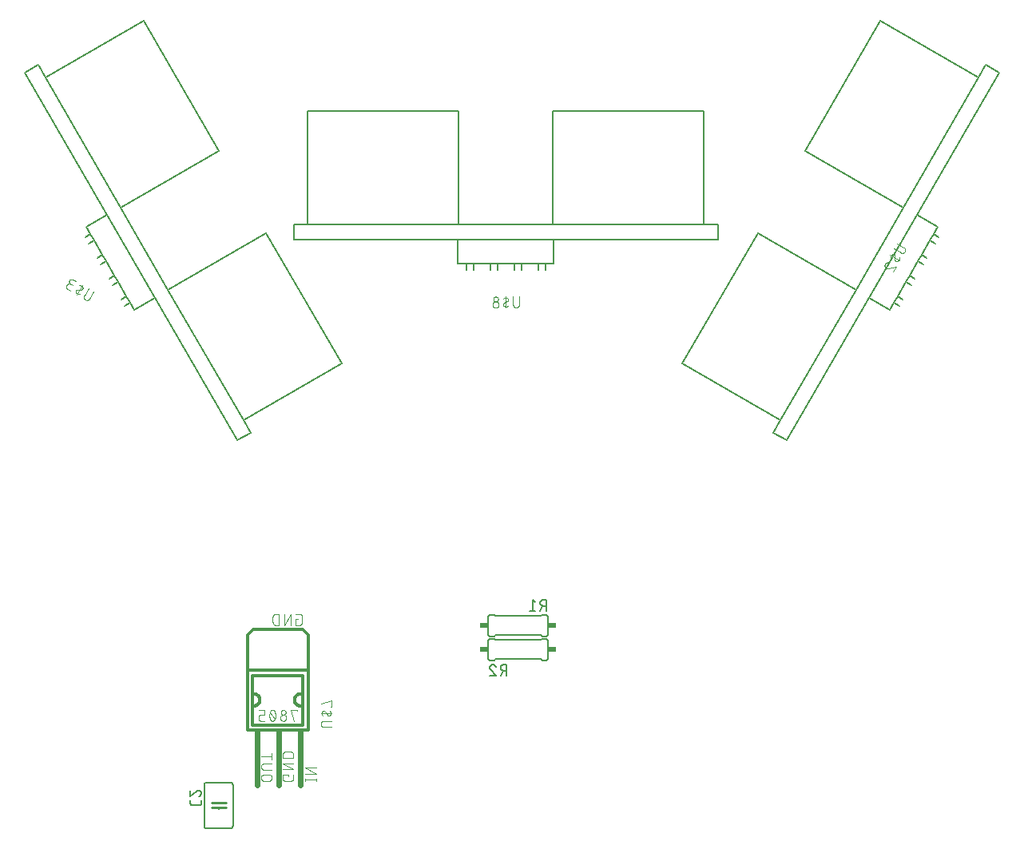
<source format=gbr>
G04 EAGLE Gerber RS-274X export*
G75*
%MOMM*%
%FSLAX34Y34*%
%LPD*%
%INSilkscreen Bottom*%
%IPPOS*%
%AMOC8*
5,1,8,0,0,1.08239X$1,22.5*%
G01*
%ADD10C,0.127000*%
%ADD11C,0.101600*%
%ADD12C,0.304800*%
%ADD13C,0.609600*%
%ADD14C,0.152400*%
%ADD15R,0.863600X0.609600*%
%ADD16C,0.254000*%


D10*
X881805Y437764D02*
X1106805Y827476D01*
X1092637Y835656D01*
X1085137Y822665D01*
X1005137Y684101D01*
X955137Y597499D01*
X875137Y458935D01*
X867637Y445944D01*
X881805Y437764D01*
X968905Y588626D02*
X1019705Y676614D01*
X968905Y588626D02*
X990902Y575926D01*
X995347Y583625D01*
X999157Y590224D01*
X1008047Y605622D01*
X1011857Y612221D01*
X1020747Y627619D01*
X1024557Y634218D01*
X1033447Y649616D01*
X1037257Y656215D01*
X1041702Y663914D01*
X1019705Y676614D01*
X1037257Y656215D02*
X1042756Y653040D01*
X1038946Y646441D02*
X1033447Y649616D01*
X1024557Y634218D02*
X1030056Y631043D01*
X1017356Y609046D02*
X1011857Y612221D01*
X999157Y590224D02*
X1004656Y587049D01*
X1026246Y624444D02*
X1020747Y627619D01*
X1008047Y605622D02*
X1013546Y602447D01*
X1000846Y580450D02*
X995347Y583625D01*
X875137Y458935D02*
X771214Y518935D01*
X851214Y657499D01*
X955137Y597499D01*
X1005137Y684101D02*
X901214Y744101D01*
X981214Y882665D01*
X1085137Y822665D01*
D11*
X998497Y646485D02*
X1005805Y642266D01*
X1005902Y642208D01*
X1005997Y642146D01*
X1006090Y642081D01*
X1006180Y642013D01*
X1006268Y641942D01*
X1006354Y641867D01*
X1006437Y641790D01*
X1006517Y641710D01*
X1006594Y641627D01*
X1006669Y641541D01*
X1006740Y641453D01*
X1006808Y641363D01*
X1006873Y641270D01*
X1006935Y641175D01*
X1006993Y641078D01*
X1007048Y640979D01*
X1007099Y640878D01*
X1007147Y640775D01*
X1007192Y640671D01*
X1007232Y640565D01*
X1007269Y640458D01*
X1007302Y640350D01*
X1007332Y640240D01*
X1007357Y640130D01*
X1007379Y640019D01*
X1007396Y639907D01*
X1007410Y639794D01*
X1007420Y639681D01*
X1007426Y639568D01*
X1007428Y639455D01*
X1007426Y639342D01*
X1007420Y639229D01*
X1007410Y639116D01*
X1007396Y639003D01*
X1007379Y638891D01*
X1007357Y638780D01*
X1007332Y638670D01*
X1007302Y638560D01*
X1007269Y638452D01*
X1007232Y638345D01*
X1007192Y638239D01*
X1007147Y638135D01*
X1007099Y638032D01*
X1007048Y637931D01*
X1006993Y637832D01*
X1006935Y637735D01*
X1006873Y637640D01*
X1006808Y637547D01*
X1006740Y637457D01*
X1006669Y637369D01*
X1006594Y637283D01*
X1006517Y637200D01*
X1006437Y637120D01*
X1006354Y637043D01*
X1006268Y636968D01*
X1006180Y636897D01*
X1006090Y636829D01*
X1005997Y636764D01*
X1005902Y636702D01*
X1005805Y636644D01*
X1005706Y636589D01*
X1005605Y636538D01*
X1005502Y636490D01*
X1005398Y636445D01*
X1005292Y636405D01*
X1005185Y636368D01*
X1005077Y636335D01*
X1004967Y636305D01*
X1004857Y636280D01*
X1004746Y636258D01*
X1004634Y636241D01*
X1004521Y636227D01*
X1004408Y636217D01*
X1004295Y636211D01*
X1004182Y636209D01*
X1004069Y636211D01*
X1003956Y636217D01*
X1003843Y636227D01*
X1003730Y636241D01*
X1003618Y636258D01*
X1003507Y636280D01*
X1003397Y636305D01*
X1003287Y636335D01*
X1003179Y636368D01*
X1003072Y636405D01*
X1002966Y636445D01*
X1002862Y636490D01*
X1002759Y636538D01*
X1002658Y636589D01*
X1002559Y636644D01*
X1002560Y636645D02*
X995252Y640864D01*
X991350Y634106D02*
X1001469Y628264D01*
X996409Y631185D02*
X996377Y633077D01*
X996378Y633077D02*
X996374Y633163D01*
X996367Y633250D01*
X996356Y633336D01*
X996341Y633422D01*
X996322Y633507D01*
X996299Y633591D01*
X996273Y633673D01*
X996243Y633755D01*
X996209Y633835D01*
X996172Y633914D01*
X996131Y633990D01*
X996087Y634065D01*
X996040Y634138D01*
X995989Y634209D01*
X995935Y634277D01*
X995879Y634343D01*
X995819Y634406D01*
X995757Y634466D01*
X995692Y634524D01*
X995624Y634579D01*
X995554Y634630D01*
X995482Y634679D01*
X995408Y634724D01*
X995331Y634765D01*
X995253Y634804D01*
X995174Y634838D01*
X995092Y634870D01*
X995010Y634897D01*
X994926Y634921D01*
X994842Y634941D01*
X994756Y634957D01*
X994670Y634969D01*
X994584Y634978D01*
X994497Y634982D01*
X994410Y634983D01*
X994323Y634980D01*
X994237Y634972D01*
X994151Y634961D01*
X994065Y634947D01*
X993980Y634928D01*
X993896Y634905D01*
X993813Y634879D01*
X993732Y634849D01*
X993651Y634816D01*
X993573Y634779D01*
X993496Y634738D01*
X993421Y634694D01*
X993348Y634647D01*
X993277Y634597D01*
X993209Y634543D01*
X993143Y634486D01*
X993080Y634427D01*
X993019Y634364D01*
X992961Y634300D01*
X992962Y634300D02*
X992871Y634190D01*
X992783Y634077D01*
X992698Y633962D01*
X992617Y633845D01*
X992539Y633726D01*
X992464Y633604D01*
X992393Y633481D01*
X992325Y633356D01*
X992260Y633228D01*
X992200Y633099D01*
X992142Y632969D01*
X992089Y632837D01*
X992039Y632703D01*
X991993Y632568D01*
X991950Y632432D01*
X991912Y632295D01*
X991877Y632156D01*
X991846Y632017D01*
X991819Y631877D01*
X991795Y631736D01*
X991776Y631595D01*
X991761Y631453D01*
X991749Y631311D01*
X991742Y631169D01*
X991738Y631026D01*
X991739Y630883D01*
X996409Y631185D02*
X996441Y629293D01*
X996441Y629292D02*
X996445Y629206D01*
X996452Y629119D01*
X996463Y629033D01*
X996478Y628947D01*
X996497Y628862D01*
X996520Y628778D01*
X996546Y628696D01*
X996576Y628614D01*
X996610Y628534D01*
X996647Y628455D01*
X996688Y628379D01*
X996732Y628304D01*
X996779Y628231D01*
X996830Y628160D01*
X996884Y628092D01*
X996940Y628026D01*
X997000Y627963D01*
X997062Y627902D01*
X997127Y627845D01*
X997195Y627790D01*
X997265Y627739D01*
X997337Y627690D01*
X997411Y627645D01*
X997488Y627604D01*
X997566Y627565D01*
X997645Y627531D01*
X997727Y627499D01*
X997809Y627472D01*
X997893Y627448D01*
X997977Y627428D01*
X998063Y627412D01*
X998149Y627400D01*
X998235Y627391D01*
X998322Y627387D01*
X998409Y627386D01*
X998496Y627389D01*
X998582Y627397D01*
X998668Y627408D01*
X998754Y627422D01*
X998839Y627441D01*
X998923Y627464D01*
X999006Y627490D01*
X999087Y627520D01*
X999168Y627553D01*
X999246Y627590D01*
X999323Y627631D01*
X999398Y627675D01*
X999471Y627722D01*
X999542Y627773D01*
X999610Y627826D01*
X999676Y627883D01*
X999739Y627942D01*
X999800Y628005D01*
X999858Y628070D01*
X999857Y628070D02*
X999948Y628180D01*
X1000036Y628292D01*
X1000121Y628407D01*
X1000202Y628524D01*
X1000280Y628644D01*
X1000355Y628765D01*
X1000426Y628889D01*
X1000494Y629014D01*
X1000558Y629141D01*
X1000619Y629270D01*
X1000677Y629401D01*
X1000730Y629533D01*
X1000780Y629667D01*
X1000826Y629802D01*
X1000869Y629938D01*
X1000907Y630075D01*
X1000942Y630213D01*
X1000973Y630353D01*
X1001000Y630493D01*
X1001024Y630633D01*
X1001043Y630775D01*
X1001058Y630917D01*
X1001070Y631059D01*
X1001077Y631201D01*
X1001081Y631344D01*
X1001080Y631486D01*
X985853Y624585D02*
X985802Y624492D01*
X985753Y624397D01*
X985709Y624300D01*
X985668Y624202D01*
X985630Y624102D01*
X985596Y624001D01*
X985566Y623898D01*
X985540Y623795D01*
X985517Y623690D01*
X985499Y623585D01*
X985484Y623480D01*
X985473Y623374D01*
X985465Y623267D01*
X985462Y623161D01*
X985463Y623054D01*
X985467Y622947D01*
X985476Y622841D01*
X985488Y622735D01*
X985504Y622629D01*
X985524Y622525D01*
X985548Y622421D01*
X985576Y622318D01*
X985607Y622216D01*
X985642Y622115D01*
X985681Y622015D01*
X985723Y621917D01*
X985769Y621821D01*
X985819Y621727D01*
X985871Y621634D01*
X985927Y621543D01*
X985987Y621454D01*
X986049Y621368D01*
X986115Y621284D01*
X986184Y621202D01*
X986256Y621123D01*
X986330Y621047D01*
X986407Y620973D01*
X986487Y620903D01*
X986570Y620835D01*
X986655Y620770D01*
X986742Y620709D01*
X986831Y620650D01*
X986922Y620595D01*
X985853Y624586D02*
X985915Y624690D01*
X985980Y624792D01*
X986049Y624892D01*
X986121Y624989D01*
X986196Y625084D01*
X986274Y625176D01*
X986355Y625266D01*
X986439Y625354D01*
X986526Y625438D01*
X986615Y625520D01*
X986707Y625599D01*
X986801Y625674D01*
X986898Y625747D01*
X986997Y625816D01*
X987098Y625883D01*
X987202Y625946D01*
X987307Y626005D01*
X987414Y626062D01*
X987523Y626114D01*
X987634Y626163D01*
X987746Y626209D01*
X987859Y626251D01*
X987974Y626289D01*
X988090Y626324D01*
X988207Y626355D01*
X988325Y626381D01*
X988444Y626405D01*
X988563Y626424D01*
X988683Y626439D01*
X988804Y626451D01*
X988925Y626459D01*
X989046Y626463D01*
X989167Y626462D01*
X989288Y626458D01*
X989408Y626451D01*
X989529Y626439D01*
X989649Y626423D01*
X989768Y626404D01*
X989887Y626380D01*
X989378Y620304D02*
X989271Y620274D01*
X989164Y620249D01*
X989055Y620227D01*
X988946Y620209D01*
X988837Y620195D01*
X988727Y620185D01*
X988617Y620178D01*
X988506Y620176D01*
X988396Y620177D01*
X988285Y620183D01*
X988175Y620192D01*
X988066Y620205D01*
X987957Y620222D01*
X987848Y620243D01*
X987740Y620267D01*
X987634Y620296D01*
X987528Y620328D01*
X987424Y620364D01*
X987320Y620403D01*
X987219Y620446D01*
X987119Y620493D01*
X987020Y620543D01*
X986924Y620596D01*
X989377Y620303D02*
X997757Y621836D01*
X994512Y616214D01*
D10*
X299295Y437764D02*
X74295Y827476D01*
X299295Y437764D02*
X313463Y445944D01*
X305963Y458935D01*
X225963Y597499D01*
X175963Y684101D01*
X95963Y822665D01*
X88463Y835656D01*
X74295Y827476D01*
X161395Y676614D02*
X212195Y588626D01*
X161395Y676614D02*
X139398Y663914D01*
X143843Y656215D01*
X147653Y649616D01*
X156543Y634218D01*
X160353Y627619D01*
X169243Y612221D01*
X173053Y605622D01*
X181943Y590224D01*
X185753Y583625D01*
X190198Y575926D01*
X212195Y588626D01*
X185753Y583625D02*
X180254Y580450D01*
X176444Y587049D02*
X181943Y590224D01*
X173053Y605622D02*
X167554Y602447D01*
X154854Y624444D02*
X160353Y627619D01*
X147653Y649616D02*
X142154Y646441D01*
X163744Y609046D02*
X169243Y612221D01*
X156543Y634218D02*
X151044Y631043D01*
X138344Y653040D02*
X143843Y656215D01*
X95963Y822665D02*
X199887Y882665D01*
X279887Y744101D01*
X175963Y684101D01*
X225963Y597499D02*
X329886Y657499D01*
X409886Y518935D01*
X305963Y458935D01*
D11*
X142843Y587975D02*
X147063Y595283D01*
X142844Y587975D02*
X142786Y587878D01*
X142724Y587783D01*
X142659Y587690D01*
X142591Y587600D01*
X142520Y587512D01*
X142445Y587426D01*
X142368Y587343D01*
X142288Y587263D01*
X142205Y587186D01*
X142119Y587111D01*
X142031Y587040D01*
X141941Y586972D01*
X141848Y586907D01*
X141753Y586845D01*
X141656Y586787D01*
X141557Y586732D01*
X141456Y586681D01*
X141353Y586633D01*
X141249Y586588D01*
X141143Y586548D01*
X141036Y586511D01*
X140928Y586478D01*
X140818Y586448D01*
X140708Y586423D01*
X140597Y586401D01*
X140485Y586384D01*
X140372Y586370D01*
X140259Y586360D01*
X140146Y586354D01*
X140033Y586352D01*
X139920Y586354D01*
X139807Y586360D01*
X139694Y586370D01*
X139581Y586384D01*
X139469Y586401D01*
X139358Y586423D01*
X139248Y586448D01*
X139138Y586478D01*
X139030Y586511D01*
X138923Y586548D01*
X138817Y586588D01*
X138713Y586633D01*
X138610Y586681D01*
X138509Y586732D01*
X138410Y586787D01*
X138313Y586845D01*
X138218Y586907D01*
X138125Y586972D01*
X138035Y587040D01*
X137947Y587111D01*
X137861Y587186D01*
X137778Y587263D01*
X137698Y587343D01*
X137621Y587426D01*
X137546Y587512D01*
X137475Y587600D01*
X137407Y587690D01*
X137342Y587783D01*
X137280Y587878D01*
X137222Y587975D01*
X137167Y588074D01*
X137116Y588175D01*
X137068Y588278D01*
X137023Y588382D01*
X136983Y588488D01*
X136946Y588595D01*
X136913Y588703D01*
X136883Y588813D01*
X136858Y588923D01*
X136836Y589034D01*
X136819Y589146D01*
X136805Y589259D01*
X136795Y589372D01*
X136789Y589485D01*
X136787Y589598D01*
X136789Y589711D01*
X136795Y589824D01*
X136805Y589937D01*
X136819Y590050D01*
X136836Y590162D01*
X136858Y590273D01*
X136883Y590383D01*
X136913Y590493D01*
X136946Y590601D01*
X136983Y590708D01*
X137023Y590814D01*
X137068Y590918D01*
X137116Y591021D01*
X137167Y591122D01*
X137222Y591221D01*
X141441Y598529D01*
X134683Y602430D02*
X128841Y592312D01*
X131762Y597371D02*
X133654Y597403D01*
X133655Y597402D02*
X133741Y597406D01*
X133828Y597413D01*
X133914Y597424D01*
X134000Y597439D01*
X134085Y597458D01*
X134169Y597481D01*
X134251Y597507D01*
X134333Y597537D01*
X134413Y597571D01*
X134492Y597608D01*
X134568Y597649D01*
X134643Y597693D01*
X134716Y597740D01*
X134787Y597791D01*
X134855Y597845D01*
X134921Y597901D01*
X134984Y597961D01*
X135044Y598023D01*
X135102Y598088D01*
X135157Y598156D01*
X135208Y598226D01*
X135257Y598298D01*
X135302Y598372D01*
X135343Y598449D01*
X135382Y598527D01*
X135416Y598606D01*
X135448Y598688D01*
X135475Y598770D01*
X135499Y598854D01*
X135519Y598938D01*
X135535Y599024D01*
X135547Y599110D01*
X135556Y599196D01*
X135560Y599283D01*
X135561Y599370D01*
X135558Y599457D01*
X135550Y599543D01*
X135539Y599629D01*
X135525Y599715D01*
X135506Y599800D01*
X135483Y599884D01*
X135457Y599967D01*
X135427Y600048D01*
X135394Y600129D01*
X135357Y600207D01*
X135316Y600284D01*
X135272Y600359D01*
X135225Y600432D01*
X135175Y600503D01*
X135121Y600571D01*
X135064Y600637D01*
X135005Y600700D01*
X134942Y600761D01*
X134878Y600819D01*
X134877Y600819D02*
X134767Y600910D01*
X134655Y600998D01*
X134540Y601082D01*
X134423Y601164D01*
X134303Y601242D01*
X134182Y601317D01*
X134058Y601388D01*
X133933Y601456D01*
X133806Y601520D01*
X133677Y601581D01*
X133546Y601639D01*
X133414Y601692D01*
X133280Y601742D01*
X133145Y601788D01*
X133009Y601831D01*
X132872Y601869D01*
X132734Y601904D01*
X132594Y601935D01*
X132454Y601962D01*
X132314Y601986D01*
X132172Y602005D01*
X132030Y602020D01*
X131888Y602032D01*
X131746Y602039D01*
X131603Y602043D01*
X131461Y602042D01*
X131762Y597371D02*
X129870Y597339D01*
X129784Y597335D01*
X129697Y597328D01*
X129611Y597317D01*
X129525Y597302D01*
X129440Y597283D01*
X129356Y597260D01*
X129274Y597234D01*
X129192Y597204D01*
X129112Y597170D01*
X129033Y597133D01*
X128957Y597092D01*
X128882Y597048D01*
X128809Y597001D01*
X128738Y596950D01*
X128670Y596896D01*
X128604Y596840D01*
X128541Y596780D01*
X128480Y596718D01*
X128423Y596653D01*
X128368Y596585D01*
X128317Y596515D01*
X128268Y596443D01*
X128223Y596369D01*
X128182Y596292D01*
X128143Y596214D01*
X128109Y596135D01*
X128077Y596053D01*
X128050Y595971D01*
X128026Y595887D01*
X128006Y595803D01*
X127990Y595717D01*
X127978Y595631D01*
X127969Y595545D01*
X127965Y595458D01*
X127964Y595371D01*
X127967Y595284D01*
X127975Y595198D01*
X127986Y595112D01*
X128000Y595026D01*
X128019Y594941D01*
X128042Y594857D01*
X128068Y594774D01*
X128098Y594693D01*
X128131Y594612D01*
X128168Y594534D01*
X128209Y594457D01*
X128253Y594382D01*
X128300Y594309D01*
X128351Y594238D01*
X128404Y594170D01*
X128461Y594104D01*
X128520Y594041D01*
X128583Y593980D01*
X128648Y593922D01*
X128647Y593923D02*
X128757Y593832D01*
X128869Y593744D01*
X128984Y593659D01*
X129101Y593578D01*
X129221Y593500D01*
X129342Y593425D01*
X129466Y593354D01*
X129591Y593286D01*
X129718Y593222D01*
X129847Y593161D01*
X129978Y593103D01*
X130110Y593050D01*
X130244Y593000D01*
X130379Y592954D01*
X130515Y592911D01*
X130652Y592873D01*
X130790Y592838D01*
X130930Y592807D01*
X131070Y592780D01*
X131210Y592756D01*
X131352Y592737D01*
X131494Y592722D01*
X131636Y592710D01*
X131778Y592703D01*
X131921Y592699D01*
X132063Y592700D01*
X122413Y596023D02*
X119602Y597646D01*
X119602Y597645D02*
X119505Y597703D01*
X119410Y597765D01*
X119317Y597830D01*
X119227Y597898D01*
X119139Y597969D01*
X119053Y598044D01*
X118970Y598121D01*
X118890Y598201D01*
X118813Y598284D01*
X118738Y598370D01*
X118667Y598458D01*
X118599Y598548D01*
X118534Y598641D01*
X118472Y598736D01*
X118414Y598833D01*
X118359Y598932D01*
X118308Y599033D01*
X118260Y599136D01*
X118215Y599240D01*
X118175Y599346D01*
X118138Y599453D01*
X118105Y599561D01*
X118075Y599671D01*
X118050Y599781D01*
X118028Y599892D01*
X118011Y600004D01*
X117997Y600117D01*
X117987Y600230D01*
X117981Y600343D01*
X117979Y600456D01*
X117981Y600569D01*
X117987Y600682D01*
X117997Y600795D01*
X118011Y600908D01*
X118028Y601020D01*
X118050Y601131D01*
X118075Y601241D01*
X118105Y601351D01*
X118138Y601459D01*
X118175Y601566D01*
X118215Y601672D01*
X118260Y601776D01*
X118308Y601879D01*
X118359Y601980D01*
X118414Y602079D01*
X118472Y602176D01*
X118534Y602271D01*
X118599Y602364D01*
X118667Y602454D01*
X118738Y602542D01*
X118813Y602628D01*
X118890Y602711D01*
X118970Y602791D01*
X119053Y602868D01*
X119139Y602943D01*
X119227Y603014D01*
X119317Y603082D01*
X119410Y603147D01*
X119505Y603209D01*
X119602Y603267D01*
X119701Y603322D01*
X119802Y603373D01*
X119905Y603421D01*
X120009Y603466D01*
X120115Y603506D01*
X120222Y603543D01*
X120330Y603576D01*
X120440Y603606D01*
X120550Y603631D01*
X120661Y603653D01*
X120773Y603670D01*
X120886Y603684D01*
X120999Y603694D01*
X121112Y603700D01*
X121225Y603702D01*
X121338Y603700D01*
X121451Y603694D01*
X121564Y603684D01*
X121677Y603670D01*
X121789Y603653D01*
X121900Y603631D01*
X122010Y603606D01*
X122120Y603576D01*
X122228Y603543D01*
X122335Y603506D01*
X122441Y603466D01*
X122545Y603421D01*
X122648Y603373D01*
X122749Y603322D01*
X122848Y603267D01*
X124882Y608089D02*
X128255Y606141D01*
X124883Y608089D02*
X124794Y608138D01*
X124704Y608183D01*
X124613Y608225D01*
X124519Y608263D01*
X124425Y608297D01*
X124329Y608328D01*
X124232Y608355D01*
X124134Y608378D01*
X124035Y608398D01*
X123935Y608413D01*
X123835Y608425D01*
X123735Y608433D01*
X123634Y608437D01*
X123534Y608437D01*
X123433Y608433D01*
X123333Y608425D01*
X123233Y608413D01*
X123133Y608398D01*
X123034Y608378D01*
X122936Y608355D01*
X122839Y608328D01*
X122743Y608297D01*
X122649Y608263D01*
X122555Y608225D01*
X122464Y608183D01*
X122374Y608138D01*
X122286Y608089D01*
X122199Y608037D01*
X122115Y607982D01*
X122033Y607923D01*
X121954Y607861D01*
X121876Y607797D01*
X121802Y607729D01*
X121730Y607658D01*
X121661Y607585D01*
X121595Y607509D01*
X121531Y607431D01*
X121471Y607350D01*
X121414Y607267D01*
X121361Y607182D01*
X121310Y607095D01*
X121263Y607006D01*
X121220Y606915D01*
X121180Y606822D01*
X121144Y606728D01*
X121111Y606633D01*
X121082Y606536D01*
X121057Y606439D01*
X121036Y606340D01*
X121018Y606241D01*
X121005Y606141D01*
X120995Y606041D01*
X120989Y605941D01*
X120987Y605840D01*
X120989Y605739D01*
X120995Y605639D01*
X121005Y605539D01*
X121018Y605439D01*
X121036Y605340D01*
X121057Y605241D01*
X121082Y605144D01*
X121111Y605047D01*
X121144Y604952D01*
X121180Y604858D01*
X121220Y604765D01*
X121263Y604674D01*
X121310Y604585D01*
X121361Y604498D01*
X121414Y604413D01*
X121471Y604330D01*
X121531Y604249D01*
X121595Y604171D01*
X121661Y604095D01*
X121730Y604022D01*
X121802Y603951D01*
X121876Y603883D01*
X121954Y603819D01*
X122033Y603757D01*
X122115Y603698D01*
X122199Y603643D01*
X122286Y603591D01*
X122286Y603592D02*
X124534Y602293D01*
D12*
X309880Y130810D02*
X374650Y130810D01*
X309880Y130810D02*
X309880Y194310D01*
X374650Y194310D01*
X374650Y130810D01*
X368300Y187960D02*
X314960Y187960D01*
X314960Y135890D01*
X368300Y135890D01*
X368300Y187960D01*
X365760Y168910D02*
X365602Y168893D01*
X365444Y168871D01*
X365287Y168845D01*
X365131Y168816D01*
X364975Y168782D01*
X364821Y168745D01*
X364667Y168704D01*
X364514Y168659D01*
X364363Y168610D01*
X364213Y168557D01*
X364064Y168501D01*
X363916Y168441D01*
X363770Y168377D01*
X363626Y168310D01*
X363484Y168239D01*
X363343Y168165D01*
X363204Y168087D01*
X363067Y168006D01*
X362933Y167921D01*
X362800Y167833D01*
X362670Y167742D01*
X362542Y167647D01*
X362416Y167550D01*
X362293Y167449D01*
X362172Y167345D01*
X362054Y167238D01*
X361939Y167129D01*
X361826Y167016D01*
X361717Y166901D01*
X361610Y166783D01*
X361506Y166662D01*
X361405Y166539D01*
X361308Y166414D01*
X361213Y166286D01*
X361122Y166155D01*
X361034Y166023D01*
X360949Y165888D01*
X360868Y165751D01*
X360790Y165612D01*
X360716Y165472D01*
X360645Y165329D01*
X360578Y165185D01*
X360514Y165039D01*
X360454Y164892D01*
X360398Y164743D01*
X360345Y164593D01*
X360297Y164441D01*
X360252Y164289D01*
X360210Y164135D01*
X360173Y163980D01*
X360140Y163825D01*
X360110Y163668D01*
X360084Y163511D01*
X360063Y163354D01*
X360045Y163195D01*
X360031Y163037D01*
X360021Y162878D01*
X360015Y162719D01*
X360013Y162560D01*
X360015Y162401D01*
X360021Y162242D01*
X360031Y162083D01*
X360045Y161925D01*
X360063Y161766D01*
X360084Y161609D01*
X360110Y161452D01*
X360140Y161295D01*
X360173Y161140D01*
X360210Y160985D01*
X360252Y160831D01*
X360297Y160679D01*
X360345Y160527D01*
X360398Y160377D01*
X360454Y160228D01*
X360514Y160081D01*
X360578Y159935D01*
X360645Y159791D01*
X360716Y159648D01*
X360790Y159508D01*
X360868Y159369D01*
X360949Y159232D01*
X361034Y159097D01*
X361122Y158965D01*
X361213Y158834D01*
X361308Y158706D01*
X361405Y158581D01*
X361506Y158458D01*
X361610Y158337D01*
X361717Y158219D01*
X361826Y158104D01*
X361939Y157991D01*
X362054Y157882D01*
X362172Y157775D01*
X362293Y157671D01*
X362416Y157570D01*
X362542Y157473D01*
X362670Y157378D01*
X362800Y157287D01*
X362933Y157199D01*
X363067Y157114D01*
X363204Y157033D01*
X363343Y156955D01*
X363484Y156881D01*
X363626Y156810D01*
X363770Y156743D01*
X363916Y156679D01*
X364064Y156619D01*
X364213Y156563D01*
X364363Y156510D01*
X364514Y156461D01*
X364667Y156416D01*
X364821Y156375D01*
X364975Y156338D01*
X365131Y156304D01*
X365287Y156275D01*
X365444Y156249D01*
X365602Y156227D01*
X365760Y156210D01*
X317500Y156210D02*
X317658Y156227D01*
X317816Y156249D01*
X317973Y156275D01*
X318129Y156304D01*
X318285Y156338D01*
X318439Y156375D01*
X318593Y156416D01*
X318746Y156461D01*
X318897Y156510D01*
X319047Y156563D01*
X319196Y156619D01*
X319344Y156679D01*
X319490Y156743D01*
X319634Y156810D01*
X319776Y156881D01*
X319917Y156955D01*
X320056Y157033D01*
X320193Y157114D01*
X320327Y157199D01*
X320460Y157287D01*
X320590Y157378D01*
X320718Y157473D01*
X320844Y157570D01*
X320967Y157671D01*
X321088Y157775D01*
X321206Y157882D01*
X321321Y157991D01*
X321434Y158104D01*
X321543Y158219D01*
X321650Y158337D01*
X321754Y158458D01*
X321855Y158581D01*
X321952Y158706D01*
X322047Y158834D01*
X322138Y158965D01*
X322226Y159097D01*
X322311Y159232D01*
X322392Y159369D01*
X322470Y159508D01*
X322544Y159648D01*
X322615Y159791D01*
X322682Y159935D01*
X322746Y160081D01*
X322806Y160228D01*
X322862Y160377D01*
X322915Y160527D01*
X322963Y160679D01*
X323008Y160831D01*
X323050Y160985D01*
X323087Y161140D01*
X323120Y161295D01*
X323150Y161452D01*
X323176Y161609D01*
X323197Y161766D01*
X323215Y161925D01*
X323229Y162083D01*
X323239Y162242D01*
X323245Y162401D01*
X323247Y162560D01*
X323245Y162719D01*
X323239Y162878D01*
X323229Y163037D01*
X323215Y163195D01*
X323197Y163354D01*
X323176Y163511D01*
X323150Y163668D01*
X323120Y163825D01*
X323087Y163980D01*
X323050Y164135D01*
X323008Y164289D01*
X322963Y164441D01*
X322915Y164593D01*
X322862Y164743D01*
X322806Y164892D01*
X322746Y165039D01*
X322682Y165185D01*
X322615Y165329D01*
X322544Y165472D01*
X322470Y165612D01*
X322392Y165751D01*
X322311Y165888D01*
X322226Y166023D01*
X322138Y166155D01*
X322047Y166286D01*
X321952Y166414D01*
X321855Y166539D01*
X321754Y166662D01*
X321650Y166783D01*
X321543Y166901D01*
X321434Y167016D01*
X321321Y167129D01*
X321206Y167238D01*
X321088Y167345D01*
X320967Y167449D01*
X320844Y167550D01*
X320718Y167647D01*
X320590Y167742D01*
X320460Y167833D01*
X320327Y167921D01*
X320193Y168006D01*
X320056Y168087D01*
X319917Y168165D01*
X319776Y168239D01*
X319634Y168310D01*
X319490Y168377D01*
X319344Y168441D01*
X319196Y168501D01*
X319047Y168557D01*
X318897Y168610D01*
X318746Y168659D01*
X318593Y168704D01*
X318439Y168745D01*
X318285Y168782D01*
X318129Y168816D01*
X317973Y168845D01*
X317816Y168871D01*
X317658Y168893D01*
X317500Y168910D01*
X374650Y195580D02*
X374650Y231140D01*
X368300Y237490D01*
X316230Y237490D01*
X309880Y231140D01*
X309880Y194310D01*
D13*
X365760Y128270D02*
X365760Y72390D01*
X342900Y72390D02*
X342900Y128270D01*
X320040Y128270D02*
X320040Y72390D01*
D11*
X371348Y78006D02*
X383032Y78006D01*
X371348Y76708D02*
X371348Y79304D01*
X383032Y79304D02*
X383032Y76708D01*
X383032Y84286D02*
X371348Y84286D01*
X371348Y90777D02*
X383032Y84286D01*
X383032Y90777D02*
X371348Y90777D01*
X353709Y83199D02*
X353709Y81252D01*
X353709Y83199D02*
X347218Y83199D01*
X347218Y79304D01*
X347220Y79205D01*
X347226Y79105D01*
X347235Y79006D01*
X347248Y78908D01*
X347265Y78810D01*
X347286Y78712D01*
X347311Y78616D01*
X347339Y78521D01*
X347371Y78427D01*
X347406Y78334D01*
X347445Y78242D01*
X347488Y78152D01*
X347533Y78064D01*
X347583Y77977D01*
X347635Y77893D01*
X347691Y77810D01*
X347749Y77730D01*
X347811Y77652D01*
X347876Y77577D01*
X347944Y77504D01*
X348014Y77434D01*
X348087Y77366D01*
X348162Y77301D01*
X348240Y77239D01*
X348320Y77181D01*
X348403Y77125D01*
X348487Y77073D01*
X348574Y77023D01*
X348662Y76978D01*
X348752Y76935D01*
X348844Y76896D01*
X348937Y76861D01*
X349031Y76829D01*
X349126Y76801D01*
X349222Y76776D01*
X349320Y76755D01*
X349418Y76738D01*
X349516Y76725D01*
X349615Y76716D01*
X349715Y76710D01*
X349814Y76708D01*
X356306Y76708D01*
X356405Y76710D01*
X356505Y76716D01*
X356604Y76725D01*
X356702Y76738D01*
X356800Y76755D01*
X356898Y76776D01*
X356994Y76801D01*
X357089Y76829D01*
X357183Y76861D01*
X357276Y76896D01*
X357368Y76935D01*
X357458Y76978D01*
X357546Y77023D01*
X357633Y77073D01*
X357717Y77125D01*
X357800Y77181D01*
X357880Y77239D01*
X357958Y77301D01*
X358033Y77366D01*
X358106Y77434D01*
X358176Y77504D01*
X358244Y77577D01*
X358309Y77652D01*
X358371Y77730D01*
X358429Y77810D01*
X358485Y77893D01*
X358537Y77977D01*
X358587Y78064D01*
X358632Y78152D01*
X358675Y78242D01*
X358714Y78334D01*
X358749Y78426D01*
X358781Y78521D01*
X358809Y78616D01*
X358834Y78712D01*
X358855Y78810D01*
X358872Y78908D01*
X358885Y79006D01*
X358894Y79105D01*
X358900Y79205D01*
X358902Y79304D01*
X358902Y83199D01*
X358902Y88900D02*
X347218Y88900D01*
X347218Y95391D02*
X358902Y88900D01*
X358902Y95391D02*
X347218Y95391D01*
X347218Y101092D02*
X358902Y101092D01*
X358902Y104337D01*
X358900Y104450D01*
X358894Y104563D01*
X358884Y104676D01*
X358870Y104789D01*
X358853Y104901D01*
X358831Y105012D01*
X358806Y105122D01*
X358776Y105232D01*
X358743Y105340D01*
X358706Y105447D01*
X358666Y105553D01*
X358621Y105657D01*
X358573Y105760D01*
X358522Y105861D01*
X358467Y105960D01*
X358409Y106057D01*
X358347Y106152D01*
X358282Y106245D01*
X358214Y106335D01*
X358143Y106423D01*
X358068Y106509D01*
X357991Y106592D01*
X357911Y106672D01*
X357828Y106749D01*
X357742Y106824D01*
X357654Y106895D01*
X357564Y106963D01*
X357471Y107028D01*
X357376Y107090D01*
X357279Y107148D01*
X357180Y107203D01*
X357079Y107254D01*
X356976Y107302D01*
X356872Y107347D01*
X356766Y107387D01*
X356659Y107424D01*
X356551Y107457D01*
X356441Y107487D01*
X356331Y107512D01*
X356220Y107534D01*
X356108Y107551D01*
X355995Y107565D01*
X355882Y107575D01*
X355769Y107581D01*
X355656Y107583D01*
X350464Y107583D01*
X350351Y107581D01*
X350238Y107575D01*
X350125Y107565D01*
X350012Y107551D01*
X349900Y107534D01*
X349789Y107512D01*
X349679Y107487D01*
X349569Y107457D01*
X349461Y107424D01*
X349354Y107387D01*
X349248Y107347D01*
X349144Y107302D01*
X349041Y107254D01*
X348940Y107203D01*
X348841Y107148D01*
X348744Y107090D01*
X348649Y107028D01*
X348556Y106963D01*
X348466Y106895D01*
X348378Y106824D01*
X348292Y106749D01*
X348209Y106672D01*
X348129Y106592D01*
X348052Y106509D01*
X347977Y106423D01*
X347906Y106335D01*
X347838Y106245D01*
X347773Y106152D01*
X347711Y106057D01*
X347653Y105960D01*
X347598Y105861D01*
X347547Y105760D01*
X347499Y105657D01*
X347454Y105553D01*
X347414Y105447D01*
X347377Y105340D01*
X347344Y105232D01*
X347314Y105122D01*
X347289Y105012D01*
X347267Y104901D01*
X347250Y104789D01*
X347236Y104676D01*
X347226Y104563D01*
X347220Y104450D01*
X347218Y104337D01*
X347218Y101092D01*
X332796Y76708D02*
X327604Y76708D01*
X332796Y76708D02*
X332909Y76710D01*
X333022Y76716D01*
X333135Y76726D01*
X333248Y76740D01*
X333360Y76757D01*
X333471Y76779D01*
X333581Y76804D01*
X333691Y76834D01*
X333799Y76867D01*
X333906Y76904D01*
X334012Y76944D01*
X334116Y76989D01*
X334219Y77037D01*
X334320Y77088D01*
X334419Y77143D01*
X334516Y77201D01*
X334611Y77263D01*
X334704Y77328D01*
X334794Y77396D01*
X334882Y77467D01*
X334968Y77542D01*
X335051Y77619D01*
X335131Y77699D01*
X335208Y77782D01*
X335283Y77868D01*
X335354Y77956D01*
X335422Y78046D01*
X335487Y78139D01*
X335549Y78234D01*
X335607Y78331D01*
X335662Y78430D01*
X335713Y78531D01*
X335761Y78634D01*
X335806Y78738D01*
X335846Y78844D01*
X335883Y78951D01*
X335916Y79059D01*
X335946Y79169D01*
X335971Y79279D01*
X335993Y79390D01*
X336010Y79502D01*
X336024Y79615D01*
X336034Y79728D01*
X336040Y79841D01*
X336042Y79954D01*
X336040Y80067D01*
X336034Y80180D01*
X336024Y80293D01*
X336010Y80406D01*
X335993Y80518D01*
X335971Y80629D01*
X335946Y80739D01*
X335916Y80849D01*
X335883Y80957D01*
X335846Y81064D01*
X335806Y81170D01*
X335761Y81274D01*
X335713Y81377D01*
X335662Y81478D01*
X335607Y81577D01*
X335549Y81674D01*
X335487Y81769D01*
X335422Y81862D01*
X335354Y81952D01*
X335283Y82040D01*
X335208Y82126D01*
X335131Y82209D01*
X335051Y82289D01*
X334968Y82366D01*
X334882Y82441D01*
X334794Y82512D01*
X334704Y82580D01*
X334611Y82645D01*
X334516Y82707D01*
X334419Y82765D01*
X334320Y82820D01*
X334219Y82871D01*
X334116Y82919D01*
X334012Y82964D01*
X333906Y83004D01*
X333799Y83041D01*
X333691Y83074D01*
X333581Y83104D01*
X333471Y83129D01*
X333360Y83151D01*
X333248Y83168D01*
X333135Y83182D01*
X333022Y83192D01*
X332909Y83198D01*
X332796Y83200D01*
X332796Y83199D02*
X327604Y83199D01*
X327604Y83200D02*
X327491Y83198D01*
X327378Y83192D01*
X327265Y83182D01*
X327152Y83168D01*
X327040Y83151D01*
X326929Y83129D01*
X326819Y83104D01*
X326709Y83074D01*
X326601Y83041D01*
X326494Y83004D01*
X326388Y82964D01*
X326284Y82919D01*
X326181Y82871D01*
X326080Y82820D01*
X325981Y82765D01*
X325884Y82707D01*
X325789Y82645D01*
X325696Y82580D01*
X325606Y82512D01*
X325518Y82441D01*
X325432Y82366D01*
X325349Y82289D01*
X325269Y82209D01*
X325192Y82126D01*
X325117Y82040D01*
X325046Y81952D01*
X324978Y81862D01*
X324913Y81769D01*
X324851Y81674D01*
X324793Y81577D01*
X324738Y81478D01*
X324687Y81377D01*
X324639Y81274D01*
X324594Y81170D01*
X324554Y81064D01*
X324517Y80957D01*
X324484Y80849D01*
X324454Y80739D01*
X324429Y80629D01*
X324407Y80518D01*
X324390Y80406D01*
X324376Y80293D01*
X324366Y80180D01*
X324360Y80067D01*
X324358Y79954D01*
X324360Y79841D01*
X324366Y79728D01*
X324376Y79615D01*
X324390Y79502D01*
X324407Y79390D01*
X324429Y79279D01*
X324454Y79169D01*
X324484Y79059D01*
X324517Y78951D01*
X324554Y78844D01*
X324594Y78738D01*
X324639Y78634D01*
X324687Y78531D01*
X324738Y78430D01*
X324793Y78331D01*
X324851Y78234D01*
X324913Y78139D01*
X324978Y78046D01*
X325046Y77956D01*
X325117Y77868D01*
X325192Y77782D01*
X325269Y77699D01*
X325349Y77619D01*
X325432Y77542D01*
X325518Y77467D01*
X325606Y77396D01*
X325696Y77328D01*
X325789Y77263D01*
X325884Y77201D01*
X325981Y77143D01*
X326080Y77088D01*
X326181Y77037D01*
X326284Y76989D01*
X326388Y76944D01*
X326494Y76904D01*
X326601Y76867D01*
X326709Y76834D01*
X326819Y76804D01*
X326929Y76779D01*
X327040Y76757D01*
X327152Y76740D01*
X327265Y76726D01*
X327378Y76716D01*
X327491Y76710D01*
X327604Y76708D01*
X327604Y88519D02*
X336042Y88519D01*
X327604Y88519D02*
X327491Y88521D01*
X327378Y88527D01*
X327265Y88537D01*
X327152Y88551D01*
X327040Y88568D01*
X326929Y88590D01*
X326819Y88615D01*
X326709Y88645D01*
X326601Y88678D01*
X326494Y88715D01*
X326388Y88755D01*
X326284Y88800D01*
X326181Y88848D01*
X326080Y88899D01*
X325981Y88954D01*
X325884Y89012D01*
X325789Y89074D01*
X325696Y89139D01*
X325606Y89207D01*
X325518Y89278D01*
X325432Y89353D01*
X325349Y89430D01*
X325269Y89510D01*
X325192Y89593D01*
X325117Y89679D01*
X325046Y89767D01*
X324978Y89857D01*
X324913Y89950D01*
X324851Y90045D01*
X324793Y90142D01*
X324738Y90241D01*
X324687Y90342D01*
X324639Y90445D01*
X324594Y90549D01*
X324554Y90655D01*
X324517Y90762D01*
X324484Y90870D01*
X324454Y90980D01*
X324429Y91090D01*
X324407Y91201D01*
X324390Y91313D01*
X324376Y91426D01*
X324366Y91539D01*
X324360Y91652D01*
X324358Y91765D01*
X324360Y91878D01*
X324366Y91991D01*
X324376Y92104D01*
X324390Y92217D01*
X324407Y92329D01*
X324429Y92440D01*
X324454Y92550D01*
X324484Y92660D01*
X324517Y92768D01*
X324554Y92875D01*
X324594Y92981D01*
X324639Y93085D01*
X324687Y93188D01*
X324738Y93289D01*
X324793Y93388D01*
X324851Y93485D01*
X324913Y93580D01*
X324978Y93673D01*
X325046Y93763D01*
X325117Y93851D01*
X325192Y93937D01*
X325269Y94020D01*
X325349Y94100D01*
X325432Y94177D01*
X325518Y94252D01*
X325606Y94323D01*
X325696Y94391D01*
X325789Y94456D01*
X325884Y94518D01*
X325981Y94576D01*
X326080Y94631D01*
X326181Y94682D01*
X326284Y94730D01*
X326388Y94775D01*
X326494Y94815D01*
X326601Y94852D01*
X326709Y94885D01*
X326819Y94915D01*
X326929Y94940D01*
X327040Y94962D01*
X327152Y94979D01*
X327265Y94993D01*
X327378Y95003D01*
X327491Y95009D01*
X327604Y95011D01*
X327604Y95010D02*
X336042Y95010D01*
X336042Y102813D02*
X324358Y102813D01*
X336042Y99568D02*
X336042Y106059D01*
X361301Y248299D02*
X363248Y248299D01*
X361301Y248299D02*
X361301Y241808D01*
X365196Y241808D01*
X365295Y241810D01*
X365395Y241816D01*
X365494Y241825D01*
X365592Y241838D01*
X365690Y241855D01*
X365788Y241876D01*
X365884Y241901D01*
X365979Y241929D01*
X366073Y241961D01*
X366166Y241996D01*
X366258Y242035D01*
X366348Y242078D01*
X366436Y242123D01*
X366523Y242173D01*
X366607Y242225D01*
X366690Y242281D01*
X366770Y242339D01*
X366848Y242401D01*
X366923Y242466D01*
X366996Y242534D01*
X367066Y242604D01*
X367134Y242677D01*
X367199Y242752D01*
X367261Y242830D01*
X367319Y242910D01*
X367375Y242993D01*
X367427Y243077D01*
X367477Y243164D01*
X367522Y243252D01*
X367565Y243342D01*
X367604Y243434D01*
X367639Y243527D01*
X367671Y243621D01*
X367699Y243716D01*
X367724Y243812D01*
X367745Y243910D01*
X367762Y244008D01*
X367775Y244106D01*
X367784Y244205D01*
X367790Y244305D01*
X367792Y244404D01*
X367792Y250896D01*
X367790Y250995D01*
X367784Y251095D01*
X367775Y251194D01*
X367762Y251292D01*
X367745Y251390D01*
X367724Y251488D01*
X367699Y251584D01*
X367671Y251679D01*
X367639Y251773D01*
X367604Y251866D01*
X367565Y251958D01*
X367522Y252048D01*
X367477Y252136D01*
X367427Y252223D01*
X367375Y252307D01*
X367319Y252390D01*
X367261Y252470D01*
X367199Y252548D01*
X367134Y252623D01*
X367066Y252696D01*
X366996Y252766D01*
X366923Y252834D01*
X366848Y252899D01*
X366770Y252961D01*
X366690Y253019D01*
X366607Y253075D01*
X366523Y253127D01*
X366436Y253177D01*
X366348Y253222D01*
X366258Y253265D01*
X366166Y253304D01*
X366073Y253339D01*
X365979Y253371D01*
X365884Y253399D01*
X365788Y253424D01*
X365690Y253445D01*
X365592Y253462D01*
X365494Y253475D01*
X365395Y253484D01*
X365295Y253490D01*
X365196Y253492D01*
X361301Y253492D01*
X355600Y253492D02*
X355600Y241808D01*
X349109Y241808D02*
X355600Y253492D01*
X349109Y253492D02*
X349109Y241808D01*
X343408Y241808D02*
X343408Y253492D01*
X340163Y253492D01*
X340050Y253490D01*
X339937Y253484D01*
X339824Y253474D01*
X339711Y253460D01*
X339599Y253443D01*
X339488Y253421D01*
X339378Y253396D01*
X339268Y253366D01*
X339160Y253333D01*
X339053Y253296D01*
X338947Y253256D01*
X338843Y253211D01*
X338740Y253163D01*
X338639Y253112D01*
X338540Y253057D01*
X338443Y252999D01*
X338348Y252937D01*
X338255Y252872D01*
X338165Y252804D01*
X338077Y252733D01*
X337991Y252658D01*
X337908Y252581D01*
X337828Y252501D01*
X337751Y252418D01*
X337676Y252332D01*
X337605Y252244D01*
X337537Y252154D01*
X337472Y252061D01*
X337410Y251966D01*
X337352Y251869D01*
X337297Y251770D01*
X337246Y251669D01*
X337198Y251566D01*
X337153Y251462D01*
X337113Y251356D01*
X337076Y251249D01*
X337043Y251141D01*
X337013Y251031D01*
X336988Y250921D01*
X336966Y250810D01*
X336949Y250698D01*
X336935Y250585D01*
X336925Y250472D01*
X336919Y250359D01*
X336917Y250246D01*
X336917Y245054D01*
X336919Y244941D01*
X336925Y244828D01*
X336935Y244715D01*
X336949Y244602D01*
X336966Y244490D01*
X336988Y244379D01*
X337013Y244269D01*
X337043Y244159D01*
X337076Y244051D01*
X337113Y243944D01*
X337153Y243838D01*
X337198Y243734D01*
X337246Y243631D01*
X337297Y243530D01*
X337352Y243431D01*
X337410Y243334D01*
X337472Y243239D01*
X337537Y243146D01*
X337605Y243056D01*
X337676Y242968D01*
X337751Y242882D01*
X337828Y242799D01*
X337908Y242719D01*
X337991Y242642D01*
X338077Y242567D01*
X338165Y242496D01*
X338255Y242428D01*
X338348Y242363D01*
X338443Y242301D01*
X338540Y242243D01*
X338639Y242188D01*
X338740Y242137D01*
X338843Y242089D01*
X338947Y242044D01*
X339053Y242004D01*
X339160Y241967D01*
X339268Y241934D01*
X339378Y241904D01*
X339488Y241879D01*
X339599Y241857D01*
X339711Y241840D01*
X339824Y241826D01*
X339937Y241816D01*
X340050Y241810D01*
X340163Y241808D01*
X343408Y241808D01*
X362712Y151892D02*
X362712Y150594D01*
X362712Y151892D02*
X356221Y151892D01*
X359466Y140208D01*
X351282Y143454D02*
X351280Y143567D01*
X351274Y143680D01*
X351264Y143793D01*
X351250Y143906D01*
X351233Y144018D01*
X351211Y144129D01*
X351186Y144239D01*
X351156Y144349D01*
X351123Y144457D01*
X351086Y144564D01*
X351046Y144670D01*
X351001Y144774D01*
X350953Y144877D01*
X350902Y144978D01*
X350847Y145077D01*
X350789Y145174D01*
X350727Y145269D01*
X350662Y145362D01*
X350594Y145452D01*
X350523Y145540D01*
X350448Y145626D01*
X350371Y145709D01*
X350291Y145789D01*
X350208Y145866D01*
X350122Y145941D01*
X350034Y146012D01*
X349944Y146080D01*
X349851Y146145D01*
X349756Y146207D01*
X349659Y146265D01*
X349560Y146320D01*
X349459Y146371D01*
X349356Y146419D01*
X349252Y146464D01*
X349146Y146504D01*
X349039Y146541D01*
X348931Y146574D01*
X348821Y146604D01*
X348711Y146629D01*
X348600Y146651D01*
X348488Y146668D01*
X348375Y146682D01*
X348262Y146692D01*
X348149Y146698D01*
X348036Y146700D01*
X347923Y146698D01*
X347810Y146692D01*
X347697Y146682D01*
X347584Y146668D01*
X347472Y146651D01*
X347361Y146629D01*
X347251Y146604D01*
X347141Y146574D01*
X347033Y146541D01*
X346926Y146504D01*
X346820Y146464D01*
X346716Y146419D01*
X346613Y146371D01*
X346512Y146320D01*
X346413Y146265D01*
X346316Y146207D01*
X346221Y146145D01*
X346128Y146080D01*
X346038Y146012D01*
X345950Y145941D01*
X345864Y145866D01*
X345781Y145789D01*
X345701Y145709D01*
X345624Y145626D01*
X345549Y145540D01*
X345478Y145452D01*
X345410Y145362D01*
X345345Y145269D01*
X345283Y145174D01*
X345225Y145077D01*
X345170Y144978D01*
X345119Y144877D01*
X345071Y144774D01*
X345026Y144670D01*
X344986Y144564D01*
X344949Y144457D01*
X344916Y144349D01*
X344886Y144239D01*
X344861Y144129D01*
X344839Y144018D01*
X344822Y143906D01*
X344808Y143793D01*
X344798Y143680D01*
X344792Y143567D01*
X344790Y143454D01*
X344792Y143341D01*
X344798Y143228D01*
X344808Y143115D01*
X344822Y143002D01*
X344839Y142890D01*
X344861Y142779D01*
X344886Y142669D01*
X344916Y142559D01*
X344949Y142451D01*
X344986Y142344D01*
X345026Y142238D01*
X345071Y142134D01*
X345119Y142031D01*
X345170Y141930D01*
X345225Y141831D01*
X345283Y141734D01*
X345345Y141639D01*
X345410Y141546D01*
X345478Y141456D01*
X345549Y141368D01*
X345624Y141282D01*
X345701Y141199D01*
X345781Y141119D01*
X345864Y141042D01*
X345950Y140967D01*
X346038Y140896D01*
X346128Y140828D01*
X346221Y140763D01*
X346316Y140701D01*
X346413Y140643D01*
X346512Y140588D01*
X346613Y140537D01*
X346716Y140489D01*
X346820Y140444D01*
X346926Y140404D01*
X347033Y140367D01*
X347141Y140334D01*
X347251Y140304D01*
X347361Y140279D01*
X347472Y140257D01*
X347584Y140240D01*
X347697Y140226D01*
X347810Y140216D01*
X347923Y140210D01*
X348036Y140208D01*
X348149Y140210D01*
X348262Y140216D01*
X348375Y140226D01*
X348488Y140240D01*
X348600Y140257D01*
X348711Y140279D01*
X348821Y140304D01*
X348931Y140334D01*
X349039Y140367D01*
X349146Y140404D01*
X349252Y140444D01*
X349356Y140489D01*
X349459Y140537D01*
X349560Y140588D01*
X349659Y140643D01*
X349756Y140701D01*
X349851Y140763D01*
X349944Y140828D01*
X350034Y140896D01*
X350122Y140967D01*
X350208Y141042D01*
X350291Y141119D01*
X350371Y141199D01*
X350448Y141282D01*
X350523Y141368D01*
X350594Y141456D01*
X350662Y141546D01*
X350727Y141639D01*
X350789Y141734D01*
X350847Y141831D01*
X350902Y141930D01*
X350953Y142031D01*
X351001Y142134D01*
X351046Y142238D01*
X351086Y142344D01*
X351123Y142451D01*
X351156Y142559D01*
X351186Y142669D01*
X351211Y142779D01*
X351233Y142890D01*
X351250Y143002D01*
X351264Y143115D01*
X351274Y143228D01*
X351280Y143341D01*
X351282Y143454D01*
X350632Y149296D02*
X350630Y149397D01*
X350624Y149497D01*
X350614Y149597D01*
X350601Y149697D01*
X350583Y149796D01*
X350562Y149895D01*
X350537Y149992D01*
X350508Y150089D01*
X350475Y150184D01*
X350439Y150278D01*
X350399Y150370D01*
X350356Y150461D01*
X350309Y150550D01*
X350259Y150637D01*
X350205Y150723D01*
X350148Y150806D01*
X350088Y150886D01*
X350025Y150965D01*
X349958Y151041D01*
X349889Y151114D01*
X349817Y151184D01*
X349743Y151252D01*
X349666Y151317D01*
X349586Y151378D01*
X349504Y151437D01*
X349420Y151492D01*
X349334Y151544D01*
X349246Y151593D01*
X349156Y151638D01*
X349064Y151680D01*
X348971Y151718D01*
X348876Y151752D01*
X348781Y151783D01*
X348684Y151810D01*
X348586Y151833D01*
X348487Y151853D01*
X348387Y151868D01*
X348287Y151880D01*
X348187Y151888D01*
X348086Y151892D01*
X347986Y151892D01*
X347885Y151888D01*
X347785Y151880D01*
X347685Y151868D01*
X347585Y151853D01*
X347486Y151833D01*
X347388Y151810D01*
X347291Y151783D01*
X347196Y151752D01*
X347101Y151718D01*
X347008Y151680D01*
X346916Y151638D01*
X346826Y151593D01*
X346738Y151544D01*
X346652Y151492D01*
X346568Y151437D01*
X346486Y151378D01*
X346406Y151317D01*
X346329Y151252D01*
X346255Y151184D01*
X346183Y151114D01*
X346114Y151041D01*
X346047Y150965D01*
X345984Y150886D01*
X345924Y150806D01*
X345867Y150723D01*
X345813Y150637D01*
X345763Y150550D01*
X345716Y150461D01*
X345673Y150370D01*
X345633Y150278D01*
X345597Y150184D01*
X345564Y150089D01*
X345535Y149992D01*
X345510Y149895D01*
X345489Y149796D01*
X345471Y149697D01*
X345458Y149597D01*
X345448Y149497D01*
X345442Y149397D01*
X345440Y149296D01*
X345442Y149195D01*
X345448Y149095D01*
X345458Y148995D01*
X345471Y148895D01*
X345489Y148796D01*
X345510Y148697D01*
X345535Y148600D01*
X345564Y148503D01*
X345597Y148408D01*
X345633Y148314D01*
X345673Y148222D01*
X345716Y148131D01*
X345763Y148042D01*
X345813Y147955D01*
X345867Y147869D01*
X345924Y147786D01*
X345984Y147706D01*
X346047Y147627D01*
X346114Y147551D01*
X346183Y147478D01*
X346255Y147408D01*
X346329Y147340D01*
X346406Y147275D01*
X346486Y147214D01*
X346568Y147155D01*
X346652Y147100D01*
X346738Y147048D01*
X346826Y146999D01*
X346916Y146954D01*
X347008Y146912D01*
X347101Y146874D01*
X347196Y146840D01*
X347291Y146809D01*
X347388Y146782D01*
X347486Y146759D01*
X347585Y146739D01*
X347685Y146724D01*
X347785Y146712D01*
X347885Y146704D01*
X347986Y146700D01*
X348086Y146700D01*
X348187Y146704D01*
X348287Y146712D01*
X348387Y146724D01*
X348487Y146739D01*
X348586Y146759D01*
X348684Y146782D01*
X348781Y146809D01*
X348876Y146840D01*
X348971Y146874D01*
X349064Y146912D01*
X349156Y146954D01*
X349246Y146999D01*
X349334Y147048D01*
X349420Y147100D01*
X349504Y147155D01*
X349586Y147214D01*
X349666Y147275D01*
X349743Y147340D01*
X349817Y147408D01*
X349889Y147478D01*
X349958Y147551D01*
X350025Y147627D01*
X350088Y147706D01*
X350148Y147786D01*
X350205Y147869D01*
X350259Y147955D01*
X350309Y148042D01*
X350356Y148131D01*
X350399Y148222D01*
X350439Y148314D01*
X350475Y148408D01*
X350508Y148503D01*
X350537Y148600D01*
X350562Y148697D01*
X350583Y148796D01*
X350601Y148895D01*
X350614Y148995D01*
X350624Y149095D01*
X350630Y149195D01*
X350632Y149296D01*
X339853Y146050D02*
X339850Y146280D01*
X339842Y146510D01*
X339828Y146739D01*
X339809Y146968D01*
X339784Y147197D01*
X339754Y147425D01*
X339719Y147652D01*
X339678Y147878D01*
X339632Y148103D01*
X339580Y148327D01*
X339523Y148550D01*
X339461Y148771D01*
X339393Y148991D01*
X339320Y149209D01*
X339242Y149425D01*
X339159Y149639D01*
X339071Y149852D01*
X338978Y150062D01*
X338879Y150269D01*
X338846Y150359D01*
X338810Y150448D01*
X338770Y150536D01*
X338726Y150621D01*
X338679Y150705D01*
X338629Y150787D01*
X338575Y150867D01*
X338519Y150944D01*
X338459Y151020D01*
X338396Y151093D01*
X338331Y151163D01*
X338262Y151231D01*
X338191Y151295D01*
X338118Y151357D01*
X338042Y151416D01*
X337964Y151472D01*
X337883Y151525D01*
X337801Y151574D01*
X337717Y151620D01*
X337630Y151663D01*
X337543Y151702D01*
X337453Y151738D01*
X337363Y151770D01*
X337271Y151798D01*
X337178Y151823D01*
X337084Y151844D01*
X336990Y151861D01*
X336895Y151875D01*
X336799Y151884D01*
X336703Y151890D01*
X336607Y151892D01*
X336511Y151890D01*
X336415Y151884D01*
X336319Y151875D01*
X336224Y151861D01*
X336130Y151844D01*
X336036Y151823D01*
X335943Y151798D01*
X335851Y151770D01*
X335761Y151738D01*
X335671Y151702D01*
X335584Y151663D01*
X335497Y151620D01*
X335413Y151574D01*
X335331Y151525D01*
X335250Y151472D01*
X335172Y151416D01*
X335096Y151357D01*
X335023Y151295D01*
X334952Y151231D01*
X334883Y151163D01*
X334818Y151093D01*
X334755Y151020D01*
X334695Y150945D01*
X334639Y150867D01*
X334585Y150787D01*
X334535Y150705D01*
X334488Y150621D01*
X334445Y150536D01*
X334404Y150448D01*
X334368Y150359D01*
X334335Y150269D01*
X334236Y150061D01*
X334143Y149851D01*
X334055Y149639D01*
X333972Y149425D01*
X333894Y149208D01*
X333821Y148990D01*
X333753Y148771D01*
X333691Y148549D01*
X333634Y148327D01*
X333582Y148103D01*
X333536Y147878D01*
X333495Y147652D01*
X333460Y147424D01*
X333430Y147197D01*
X333405Y146968D01*
X333386Y146739D01*
X333372Y146510D01*
X333364Y146280D01*
X333361Y146050D01*
X339852Y146050D02*
X339849Y145820D01*
X339841Y145590D01*
X339827Y145361D01*
X339808Y145132D01*
X339783Y144903D01*
X339753Y144675D01*
X339718Y144448D01*
X339677Y144222D01*
X339631Y143997D01*
X339579Y143773D01*
X339522Y143550D01*
X339460Y143329D01*
X339392Y143109D01*
X339319Y142891D01*
X339241Y142675D01*
X339158Y142461D01*
X339070Y142249D01*
X338977Y142038D01*
X338878Y141831D01*
X338879Y141831D02*
X338846Y141741D01*
X338810Y141652D01*
X338769Y141564D01*
X338726Y141479D01*
X338679Y141395D01*
X338629Y141313D01*
X338575Y141233D01*
X338519Y141156D01*
X338459Y141080D01*
X338396Y141007D01*
X338331Y140937D01*
X338262Y140869D01*
X338191Y140805D01*
X338118Y140743D01*
X338042Y140684D01*
X337964Y140628D01*
X337883Y140575D01*
X337801Y140526D01*
X337717Y140480D01*
X337630Y140437D01*
X337543Y140398D01*
X337453Y140362D01*
X337363Y140330D01*
X337271Y140302D01*
X337178Y140277D01*
X337084Y140256D01*
X336990Y140239D01*
X336895Y140225D01*
X336799Y140216D01*
X336703Y140210D01*
X336607Y140208D01*
X334335Y141831D02*
X334236Y142038D01*
X334143Y142249D01*
X334055Y142461D01*
X333972Y142675D01*
X333894Y142891D01*
X333821Y143109D01*
X333753Y143329D01*
X333691Y143550D01*
X333634Y143773D01*
X333582Y143997D01*
X333536Y144222D01*
X333495Y144448D01*
X333460Y144675D01*
X333430Y144903D01*
X333405Y145132D01*
X333386Y145361D01*
X333372Y145590D01*
X333364Y145820D01*
X333361Y146050D01*
X334335Y141831D02*
X334368Y141741D01*
X334404Y141652D01*
X334445Y141564D01*
X334488Y141479D01*
X334535Y141395D01*
X334585Y141313D01*
X334639Y141233D01*
X334695Y141155D01*
X334755Y141080D01*
X334818Y141007D01*
X334883Y140937D01*
X334952Y140869D01*
X335023Y140805D01*
X335096Y140743D01*
X335172Y140684D01*
X335250Y140628D01*
X335331Y140575D01*
X335413Y140526D01*
X335497Y140480D01*
X335584Y140437D01*
X335671Y140398D01*
X335761Y140362D01*
X335851Y140330D01*
X335943Y140302D01*
X336036Y140277D01*
X336130Y140256D01*
X336224Y140239D01*
X336319Y140225D01*
X336415Y140216D01*
X336511Y140210D01*
X336607Y140208D01*
X339203Y142804D02*
X334010Y149296D01*
X328422Y140208D02*
X324527Y140208D01*
X324428Y140210D01*
X324328Y140216D01*
X324229Y140225D01*
X324131Y140238D01*
X324033Y140255D01*
X323935Y140276D01*
X323839Y140301D01*
X323744Y140329D01*
X323650Y140361D01*
X323557Y140396D01*
X323465Y140435D01*
X323375Y140478D01*
X323287Y140523D01*
X323200Y140573D01*
X323116Y140625D01*
X323033Y140681D01*
X322953Y140739D01*
X322875Y140801D01*
X322800Y140866D01*
X322727Y140934D01*
X322657Y141004D01*
X322589Y141077D01*
X322524Y141152D01*
X322462Y141230D01*
X322404Y141310D01*
X322348Y141393D01*
X322296Y141477D01*
X322246Y141564D01*
X322201Y141652D01*
X322158Y141742D01*
X322119Y141834D01*
X322084Y141927D01*
X322052Y142021D01*
X322024Y142116D01*
X321999Y142212D01*
X321978Y142310D01*
X321961Y142408D01*
X321948Y142506D01*
X321939Y142605D01*
X321933Y142705D01*
X321931Y142804D01*
X321931Y144103D01*
X321933Y144202D01*
X321939Y144302D01*
X321948Y144401D01*
X321961Y144499D01*
X321978Y144597D01*
X321999Y144695D01*
X322024Y144791D01*
X322052Y144886D01*
X322084Y144980D01*
X322119Y145073D01*
X322158Y145165D01*
X322201Y145255D01*
X322246Y145343D01*
X322296Y145430D01*
X322348Y145514D01*
X322404Y145597D01*
X322462Y145677D01*
X322524Y145755D01*
X322589Y145830D01*
X322657Y145903D01*
X322727Y145973D01*
X322800Y146041D01*
X322875Y146106D01*
X322953Y146168D01*
X323033Y146226D01*
X323116Y146282D01*
X323200Y146334D01*
X323287Y146384D01*
X323375Y146429D01*
X323465Y146472D01*
X323557Y146511D01*
X323650Y146546D01*
X323744Y146578D01*
X323839Y146606D01*
X323935Y146631D01*
X324033Y146652D01*
X324131Y146669D01*
X324229Y146682D01*
X324328Y146691D01*
X324428Y146697D01*
X324527Y146699D01*
X328422Y146699D01*
X328422Y151892D01*
X321931Y151892D01*
X391104Y133858D02*
X399542Y133858D01*
X391104Y133858D02*
X390991Y133860D01*
X390878Y133866D01*
X390765Y133876D01*
X390652Y133890D01*
X390540Y133907D01*
X390429Y133929D01*
X390319Y133954D01*
X390209Y133984D01*
X390101Y134017D01*
X389994Y134054D01*
X389888Y134094D01*
X389784Y134139D01*
X389681Y134187D01*
X389580Y134238D01*
X389481Y134293D01*
X389384Y134351D01*
X389289Y134413D01*
X389196Y134478D01*
X389106Y134546D01*
X389018Y134617D01*
X388932Y134692D01*
X388849Y134769D01*
X388769Y134849D01*
X388692Y134932D01*
X388617Y135018D01*
X388546Y135106D01*
X388478Y135196D01*
X388413Y135289D01*
X388351Y135384D01*
X388293Y135481D01*
X388238Y135580D01*
X388187Y135681D01*
X388139Y135784D01*
X388094Y135888D01*
X388054Y135994D01*
X388017Y136101D01*
X387984Y136209D01*
X387954Y136319D01*
X387929Y136429D01*
X387907Y136540D01*
X387890Y136652D01*
X387876Y136765D01*
X387866Y136878D01*
X387860Y136991D01*
X387858Y137104D01*
X387860Y137217D01*
X387866Y137330D01*
X387876Y137443D01*
X387890Y137556D01*
X387907Y137668D01*
X387929Y137779D01*
X387954Y137889D01*
X387984Y137999D01*
X388017Y138107D01*
X388054Y138214D01*
X388094Y138320D01*
X388139Y138424D01*
X388187Y138527D01*
X388238Y138628D01*
X388293Y138727D01*
X388351Y138824D01*
X388413Y138919D01*
X388478Y139012D01*
X388546Y139102D01*
X388617Y139190D01*
X388692Y139276D01*
X388769Y139359D01*
X388849Y139439D01*
X388932Y139516D01*
X389018Y139591D01*
X389106Y139662D01*
X389196Y139730D01*
X389289Y139795D01*
X389384Y139857D01*
X389481Y139915D01*
X389580Y139970D01*
X389681Y140021D01*
X389784Y140069D01*
X389888Y140114D01*
X389994Y140154D01*
X390101Y140191D01*
X390209Y140224D01*
X390319Y140254D01*
X390429Y140279D01*
X390540Y140301D01*
X390652Y140318D01*
X390765Y140332D01*
X390878Y140342D01*
X390991Y140348D01*
X391104Y140350D01*
X391104Y140349D02*
X399542Y140349D01*
X399542Y148153D02*
X387858Y148153D01*
X393700Y148153D02*
X394674Y146530D01*
X394673Y146529D02*
X394720Y146456D01*
X394769Y146385D01*
X394822Y146315D01*
X394878Y146249D01*
X394937Y146185D01*
X394998Y146123D01*
X395062Y146065D01*
X395129Y146009D01*
X395198Y145957D01*
X395270Y145907D01*
X395344Y145861D01*
X395419Y145818D01*
X395497Y145779D01*
X395576Y145743D01*
X395657Y145711D01*
X395739Y145682D01*
X395822Y145657D01*
X395906Y145636D01*
X395991Y145619D01*
X396077Y145605D01*
X396163Y145596D01*
X396250Y145590D01*
X396337Y145588D01*
X396424Y145590D01*
X396511Y145596D01*
X396597Y145606D01*
X396683Y145619D01*
X396768Y145637D01*
X396852Y145658D01*
X396935Y145683D01*
X397018Y145712D01*
X397098Y145744D01*
X397177Y145780D01*
X397255Y145819D01*
X397330Y145862D01*
X397404Y145909D01*
X397475Y145958D01*
X397545Y146011D01*
X397611Y146066D01*
X397675Y146125D01*
X397737Y146186D01*
X397796Y146251D01*
X397851Y146317D01*
X397904Y146386D01*
X397954Y146458D01*
X398000Y146531D01*
X398043Y146607D01*
X398082Y146684D01*
X398118Y146763D01*
X398151Y146844D01*
X398179Y146926D01*
X398205Y147009D01*
X398226Y147093D01*
X398243Y147179D01*
X398244Y147179D02*
X398268Y147319D01*
X398288Y147461D01*
X398304Y147602D01*
X398315Y147744D01*
X398323Y147887D01*
X398327Y148029D01*
X398328Y148172D01*
X398324Y148315D01*
X398316Y148457D01*
X398304Y148599D01*
X398288Y148741D01*
X398269Y148882D01*
X398245Y149023D01*
X398218Y149163D01*
X398186Y149302D01*
X398151Y149440D01*
X398112Y149578D01*
X398069Y149714D01*
X398023Y149848D01*
X397972Y149982D01*
X397919Y150114D01*
X397861Y150244D01*
X397800Y150373D01*
X397735Y150500D01*
X397667Y150626D01*
X397595Y150749D01*
X393700Y148153D02*
X392726Y149775D01*
X392727Y149776D02*
X392680Y149849D01*
X392631Y149920D01*
X392578Y149990D01*
X392522Y150056D01*
X392463Y150120D01*
X392402Y150182D01*
X392338Y150240D01*
X392271Y150296D01*
X392202Y150348D01*
X392130Y150398D01*
X392056Y150444D01*
X391981Y150487D01*
X391903Y150526D01*
X391824Y150562D01*
X391743Y150594D01*
X391661Y150623D01*
X391578Y150648D01*
X391494Y150669D01*
X391409Y150686D01*
X391323Y150700D01*
X391237Y150709D01*
X391150Y150715D01*
X391063Y150717D01*
X390976Y150715D01*
X390889Y150709D01*
X390803Y150699D01*
X390717Y150686D01*
X390632Y150668D01*
X390548Y150647D01*
X390465Y150622D01*
X390382Y150593D01*
X390302Y150561D01*
X390223Y150525D01*
X390145Y150486D01*
X390070Y150443D01*
X389996Y150396D01*
X389925Y150347D01*
X389855Y150294D01*
X389789Y150239D01*
X389725Y150180D01*
X389663Y150119D01*
X389604Y150054D01*
X389549Y149988D01*
X389496Y149919D01*
X389446Y149847D01*
X389400Y149774D01*
X389357Y149698D01*
X389318Y149621D01*
X389282Y149542D01*
X389249Y149461D01*
X389221Y149379D01*
X389195Y149296D01*
X389174Y149212D01*
X389157Y149127D01*
X389156Y149126D02*
X389132Y148986D01*
X389112Y148844D01*
X389096Y148703D01*
X389085Y148561D01*
X389077Y148418D01*
X389073Y148276D01*
X389072Y148133D01*
X389076Y147990D01*
X389084Y147848D01*
X389096Y147706D01*
X389112Y147564D01*
X389131Y147423D01*
X389155Y147282D01*
X389182Y147142D01*
X389214Y147003D01*
X389249Y146865D01*
X389288Y146727D01*
X389331Y146591D01*
X389377Y146457D01*
X389428Y146323D01*
X389481Y146191D01*
X389539Y146061D01*
X389600Y145932D01*
X389665Y145805D01*
X389733Y145679D01*
X389805Y145556D01*
X398244Y155575D02*
X399542Y155575D01*
X399542Y162066D01*
X387858Y158821D01*
D14*
X626110Y252730D02*
X626210Y252728D01*
X626309Y252722D01*
X626409Y252712D01*
X626507Y252699D01*
X626606Y252681D01*
X626703Y252660D01*
X626799Y252635D01*
X626895Y252606D01*
X626989Y252573D01*
X627082Y252537D01*
X627173Y252497D01*
X627263Y252453D01*
X627351Y252406D01*
X627437Y252356D01*
X627521Y252302D01*
X627603Y252245D01*
X627682Y252185D01*
X627760Y252121D01*
X627834Y252055D01*
X627906Y251986D01*
X627975Y251914D01*
X628041Y251840D01*
X628105Y251762D01*
X628165Y251683D01*
X628222Y251601D01*
X628276Y251517D01*
X628326Y251431D01*
X628373Y251343D01*
X628417Y251253D01*
X628457Y251162D01*
X628493Y251069D01*
X628526Y250975D01*
X628555Y250879D01*
X628580Y250783D01*
X628601Y250686D01*
X628619Y250587D01*
X628632Y250489D01*
X628642Y250389D01*
X628648Y250290D01*
X628650Y250190D01*
X628650Y232410D02*
X628648Y232310D01*
X628642Y232211D01*
X628632Y232111D01*
X628619Y232013D01*
X628601Y231914D01*
X628580Y231817D01*
X628555Y231721D01*
X628526Y231625D01*
X628493Y231531D01*
X628457Y231438D01*
X628417Y231347D01*
X628373Y231257D01*
X628326Y231169D01*
X628276Y231083D01*
X628222Y230999D01*
X628165Y230917D01*
X628105Y230838D01*
X628041Y230760D01*
X627975Y230686D01*
X627906Y230614D01*
X627834Y230545D01*
X627760Y230479D01*
X627682Y230415D01*
X627603Y230355D01*
X627521Y230298D01*
X627437Y230244D01*
X627351Y230194D01*
X627263Y230147D01*
X627173Y230103D01*
X627082Y230063D01*
X626989Y230027D01*
X626895Y229994D01*
X626799Y229965D01*
X626703Y229940D01*
X626606Y229919D01*
X626507Y229901D01*
X626409Y229888D01*
X626309Y229878D01*
X626210Y229872D01*
X626110Y229870D01*
X567690Y229870D02*
X567590Y229872D01*
X567491Y229878D01*
X567391Y229888D01*
X567293Y229901D01*
X567194Y229919D01*
X567097Y229940D01*
X567001Y229965D01*
X566905Y229994D01*
X566811Y230027D01*
X566718Y230063D01*
X566627Y230103D01*
X566537Y230147D01*
X566449Y230194D01*
X566363Y230244D01*
X566279Y230298D01*
X566197Y230355D01*
X566118Y230415D01*
X566040Y230479D01*
X565966Y230545D01*
X565894Y230614D01*
X565825Y230686D01*
X565759Y230760D01*
X565695Y230838D01*
X565635Y230917D01*
X565578Y230999D01*
X565524Y231083D01*
X565474Y231169D01*
X565427Y231257D01*
X565383Y231347D01*
X565343Y231438D01*
X565307Y231531D01*
X565274Y231625D01*
X565245Y231721D01*
X565220Y231817D01*
X565199Y231914D01*
X565181Y232013D01*
X565168Y232111D01*
X565158Y232211D01*
X565152Y232310D01*
X565150Y232410D01*
X565150Y250190D02*
X565152Y250290D01*
X565158Y250389D01*
X565168Y250489D01*
X565181Y250587D01*
X565199Y250686D01*
X565220Y250783D01*
X565245Y250879D01*
X565274Y250975D01*
X565307Y251069D01*
X565343Y251162D01*
X565383Y251253D01*
X565427Y251343D01*
X565474Y251431D01*
X565524Y251517D01*
X565578Y251601D01*
X565635Y251683D01*
X565695Y251762D01*
X565759Y251840D01*
X565825Y251914D01*
X565894Y251986D01*
X565966Y252055D01*
X566040Y252121D01*
X566118Y252185D01*
X566197Y252245D01*
X566279Y252302D01*
X566363Y252356D01*
X566449Y252406D01*
X566537Y252453D01*
X566627Y252497D01*
X566718Y252537D01*
X566811Y252573D01*
X566905Y252606D01*
X567001Y252635D01*
X567097Y252660D01*
X567194Y252681D01*
X567293Y252699D01*
X567391Y252712D01*
X567491Y252722D01*
X567590Y252728D01*
X567690Y252730D01*
X628650Y250190D02*
X628650Y232410D01*
X626110Y252730D02*
X622300Y252730D01*
X621030Y251460D01*
X622300Y229870D02*
X626110Y229870D01*
X622300Y229870D02*
X621030Y231140D01*
X572770Y251460D02*
X571500Y252730D01*
X572770Y251460D02*
X621030Y251460D01*
X572770Y231140D02*
X571500Y229870D01*
X572770Y231140D02*
X621030Y231140D01*
X571500Y252730D02*
X567690Y252730D01*
X567690Y229870D02*
X571500Y229870D01*
X565150Y232410D02*
X565150Y250190D01*
D15*
X560832Y241300D03*
X632968Y241300D03*
D10*
X626745Y257175D02*
X626745Y268605D01*
X623570Y268605D01*
X623459Y268603D01*
X623349Y268597D01*
X623238Y268588D01*
X623128Y268574D01*
X623019Y268557D01*
X622910Y268536D01*
X622802Y268511D01*
X622695Y268482D01*
X622589Y268450D01*
X622484Y268414D01*
X622381Y268374D01*
X622279Y268331D01*
X622178Y268284D01*
X622079Y268233D01*
X621983Y268180D01*
X621888Y268123D01*
X621795Y268062D01*
X621704Y267999D01*
X621615Y267932D01*
X621529Y267862D01*
X621446Y267789D01*
X621364Y267714D01*
X621286Y267636D01*
X621211Y267554D01*
X621138Y267471D01*
X621068Y267385D01*
X621001Y267296D01*
X620938Y267205D01*
X620877Y267112D01*
X620820Y267018D01*
X620767Y266921D01*
X620716Y266822D01*
X620669Y266721D01*
X620626Y266619D01*
X620586Y266516D01*
X620550Y266411D01*
X620518Y266305D01*
X620489Y266198D01*
X620464Y266090D01*
X620443Y265981D01*
X620426Y265872D01*
X620412Y265762D01*
X620403Y265651D01*
X620397Y265541D01*
X620395Y265430D01*
X620397Y265319D01*
X620403Y265209D01*
X620412Y265098D01*
X620426Y264988D01*
X620443Y264879D01*
X620464Y264770D01*
X620489Y264662D01*
X620518Y264555D01*
X620550Y264449D01*
X620586Y264344D01*
X620626Y264241D01*
X620669Y264139D01*
X620716Y264038D01*
X620767Y263939D01*
X620820Y263843D01*
X620877Y263748D01*
X620938Y263655D01*
X621001Y263564D01*
X621068Y263475D01*
X621138Y263389D01*
X621211Y263306D01*
X621286Y263224D01*
X621364Y263146D01*
X621446Y263071D01*
X621529Y262998D01*
X621615Y262928D01*
X621704Y262861D01*
X621795Y262798D01*
X621888Y262737D01*
X621983Y262680D01*
X622079Y262627D01*
X622178Y262576D01*
X622279Y262529D01*
X622381Y262486D01*
X622484Y262446D01*
X622589Y262410D01*
X622695Y262378D01*
X622802Y262349D01*
X622910Y262324D01*
X623019Y262303D01*
X623128Y262286D01*
X623238Y262272D01*
X623349Y262263D01*
X623459Y262257D01*
X623570Y262255D01*
X626745Y262255D01*
X622935Y262255D02*
X620395Y257175D01*
X615398Y266065D02*
X612223Y268605D01*
X612223Y257175D01*
X615398Y257175D02*
X609048Y257175D01*
D14*
X565150Y207010D02*
X565152Y206910D01*
X565158Y206811D01*
X565168Y206711D01*
X565181Y206613D01*
X565199Y206514D01*
X565220Y206417D01*
X565245Y206321D01*
X565274Y206225D01*
X565307Y206131D01*
X565343Y206038D01*
X565383Y205947D01*
X565427Y205857D01*
X565474Y205769D01*
X565524Y205683D01*
X565578Y205599D01*
X565635Y205517D01*
X565695Y205438D01*
X565759Y205360D01*
X565825Y205286D01*
X565894Y205214D01*
X565966Y205145D01*
X566040Y205079D01*
X566118Y205015D01*
X566197Y204955D01*
X566279Y204898D01*
X566363Y204844D01*
X566449Y204794D01*
X566537Y204747D01*
X566627Y204703D01*
X566718Y204663D01*
X566811Y204627D01*
X566905Y204594D01*
X567001Y204565D01*
X567097Y204540D01*
X567194Y204519D01*
X567293Y204501D01*
X567391Y204488D01*
X567491Y204478D01*
X567590Y204472D01*
X567690Y204470D01*
X565150Y224790D02*
X565152Y224890D01*
X565158Y224989D01*
X565168Y225089D01*
X565181Y225187D01*
X565199Y225286D01*
X565220Y225383D01*
X565245Y225479D01*
X565274Y225575D01*
X565307Y225669D01*
X565343Y225762D01*
X565383Y225853D01*
X565427Y225943D01*
X565474Y226031D01*
X565524Y226117D01*
X565578Y226201D01*
X565635Y226283D01*
X565695Y226362D01*
X565759Y226440D01*
X565825Y226514D01*
X565894Y226586D01*
X565966Y226655D01*
X566040Y226721D01*
X566118Y226785D01*
X566197Y226845D01*
X566279Y226902D01*
X566363Y226956D01*
X566449Y227006D01*
X566537Y227053D01*
X566627Y227097D01*
X566718Y227137D01*
X566811Y227173D01*
X566905Y227206D01*
X567001Y227235D01*
X567097Y227260D01*
X567194Y227281D01*
X567293Y227299D01*
X567391Y227312D01*
X567491Y227322D01*
X567590Y227328D01*
X567690Y227330D01*
X626110Y227330D02*
X626210Y227328D01*
X626309Y227322D01*
X626409Y227312D01*
X626507Y227299D01*
X626606Y227281D01*
X626703Y227260D01*
X626799Y227235D01*
X626895Y227206D01*
X626989Y227173D01*
X627082Y227137D01*
X627173Y227097D01*
X627263Y227053D01*
X627351Y227006D01*
X627437Y226956D01*
X627521Y226902D01*
X627603Y226845D01*
X627682Y226785D01*
X627760Y226721D01*
X627834Y226655D01*
X627906Y226586D01*
X627975Y226514D01*
X628041Y226440D01*
X628105Y226362D01*
X628165Y226283D01*
X628222Y226201D01*
X628276Y226117D01*
X628326Y226031D01*
X628373Y225943D01*
X628417Y225853D01*
X628457Y225762D01*
X628493Y225669D01*
X628526Y225575D01*
X628555Y225479D01*
X628580Y225383D01*
X628601Y225286D01*
X628619Y225187D01*
X628632Y225089D01*
X628642Y224989D01*
X628648Y224890D01*
X628650Y224790D01*
X628650Y207010D02*
X628648Y206910D01*
X628642Y206811D01*
X628632Y206711D01*
X628619Y206613D01*
X628601Y206514D01*
X628580Y206417D01*
X628555Y206321D01*
X628526Y206225D01*
X628493Y206131D01*
X628457Y206038D01*
X628417Y205947D01*
X628373Y205857D01*
X628326Y205769D01*
X628276Y205683D01*
X628222Y205599D01*
X628165Y205517D01*
X628105Y205438D01*
X628041Y205360D01*
X627975Y205286D01*
X627906Y205214D01*
X627834Y205145D01*
X627760Y205079D01*
X627682Y205015D01*
X627603Y204955D01*
X627521Y204898D01*
X627437Y204844D01*
X627351Y204794D01*
X627263Y204747D01*
X627173Y204703D01*
X627082Y204663D01*
X626989Y204627D01*
X626895Y204594D01*
X626799Y204565D01*
X626703Y204540D01*
X626606Y204519D01*
X626507Y204501D01*
X626409Y204488D01*
X626309Y204478D01*
X626210Y204472D01*
X626110Y204470D01*
X565150Y207010D02*
X565150Y224790D01*
X567690Y204470D02*
X571500Y204470D01*
X572770Y205740D01*
X571500Y227330D02*
X567690Y227330D01*
X571500Y227330D02*
X572770Y226060D01*
X621030Y205740D02*
X622300Y204470D01*
X621030Y205740D02*
X572770Y205740D01*
X621030Y226060D02*
X622300Y227330D01*
X621030Y226060D02*
X572770Y226060D01*
X622300Y204470D02*
X626110Y204470D01*
X626110Y227330D02*
X622300Y227330D01*
X628650Y224790D02*
X628650Y207010D01*
D15*
X632968Y215900D03*
X560832Y215900D03*
D10*
X584752Y200025D02*
X584752Y188595D01*
X584752Y200025D02*
X581577Y200025D01*
X581466Y200023D01*
X581356Y200017D01*
X581245Y200008D01*
X581135Y199994D01*
X581026Y199977D01*
X580917Y199956D01*
X580809Y199931D01*
X580702Y199902D01*
X580596Y199870D01*
X580491Y199834D01*
X580388Y199794D01*
X580286Y199751D01*
X580185Y199704D01*
X580086Y199653D01*
X579990Y199600D01*
X579895Y199543D01*
X579802Y199482D01*
X579711Y199419D01*
X579622Y199352D01*
X579536Y199282D01*
X579453Y199209D01*
X579371Y199134D01*
X579293Y199056D01*
X579218Y198974D01*
X579145Y198891D01*
X579075Y198805D01*
X579008Y198716D01*
X578945Y198625D01*
X578884Y198532D01*
X578827Y198438D01*
X578774Y198341D01*
X578723Y198242D01*
X578676Y198141D01*
X578633Y198039D01*
X578593Y197936D01*
X578557Y197831D01*
X578525Y197725D01*
X578496Y197618D01*
X578471Y197510D01*
X578450Y197401D01*
X578433Y197292D01*
X578419Y197182D01*
X578410Y197071D01*
X578404Y196961D01*
X578402Y196850D01*
X578404Y196739D01*
X578410Y196629D01*
X578419Y196518D01*
X578433Y196408D01*
X578450Y196299D01*
X578471Y196190D01*
X578496Y196082D01*
X578525Y195975D01*
X578557Y195869D01*
X578593Y195764D01*
X578633Y195661D01*
X578676Y195559D01*
X578723Y195458D01*
X578774Y195359D01*
X578827Y195263D01*
X578884Y195168D01*
X578945Y195075D01*
X579008Y194984D01*
X579075Y194895D01*
X579145Y194809D01*
X579218Y194726D01*
X579293Y194644D01*
X579371Y194566D01*
X579453Y194491D01*
X579536Y194418D01*
X579622Y194348D01*
X579711Y194281D01*
X579802Y194218D01*
X579895Y194157D01*
X579990Y194100D01*
X580086Y194047D01*
X580185Y193996D01*
X580286Y193949D01*
X580388Y193906D01*
X580491Y193866D01*
X580596Y193830D01*
X580702Y193798D01*
X580809Y193769D01*
X580917Y193744D01*
X581026Y193723D01*
X581135Y193706D01*
X581245Y193692D01*
X581356Y193683D01*
X581466Y193677D01*
X581577Y193675D01*
X584752Y193675D01*
X580942Y193675D02*
X578402Y188595D01*
X567055Y197168D02*
X567057Y197272D01*
X567063Y197377D01*
X567072Y197481D01*
X567085Y197584D01*
X567103Y197687D01*
X567123Y197789D01*
X567148Y197891D01*
X567176Y197991D01*
X567208Y198091D01*
X567244Y198189D01*
X567283Y198286D01*
X567325Y198381D01*
X567371Y198475D01*
X567421Y198567D01*
X567473Y198657D01*
X567529Y198745D01*
X567589Y198831D01*
X567651Y198915D01*
X567716Y198996D01*
X567784Y199075D01*
X567856Y199152D01*
X567929Y199225D01*
X568006Y199297D01*
X568085Y199365D01*
X568166Y199430D01*
X568250Y199492D01*
X568336Y199552D01*
X568424Y199608D01*
X568514Y199660D01*
X568606Y199710D01*
X568700Y199756D01*
X568795Y199798D01*
X568892Y199837D01*
X568990Y199873D01*
X569090Y199905D01*
X569190Y199933D01*
X569292Y199958D01*
X569394Y199978D01*
X569497Y199996D01*
X569600Y200009D01*
X569704Y200018D01*
X569809Y200024D01*
X569913Y200026D01*
X569913Y200025D02*
X570031Y200023D01*
X570150Y200017D01*
X570268Y200008D01*
X570385Y199995D01*
X570502Y199977D01*
X570619Y199957D01*
X570735Y199932D01*
X570850Y199904D01*
X570963Y199871D01*
X571076Y199836D01*
X571188Y199796D01*
X571298Y199754D01*
X571407Y199707D01*
X571515Y199657D01*
X571620Y199604D01*
X571724Y199547D01*
X571826Y199487D01*
X571926Y199424D01*
X572024Y199357D01*
X572120Y199288D01*
X572213Y199215D01*
X572304Y199139D01*
X572393Y199061D01*
X572479Y198979D01*
X572562Y198895D01*
X572643Y198809D01*
X572720Y198719D01*
X572795Y198628D01*
X572867Y198534D01*
X572936Y198437D01*
X573001Y198339D01*
X573064Y198238D01*
X573123Y198135D01*
X573179Y198031D01*
X573231Y197925D01*
X573280Y197817D01*
X573325Y197708D01*
X573367Y197597D01*
X573405Y197485D01*
X568007Y194946D02*
X567931Y195021D01*
X567856Y195100D01*
X567785Y195181D01*
X567716Y195265D01*
X567651Y195351D01*
X567589Y195439D01*
X567529Y195529D01*
X567473Y195621D01*
X567420Y195716D01*
X567371Y195812D01*
X567325Y195910D01*
X567282Y196009D01*
X567243Y196110D01*
X567208Y196212D01*
X567176Y196315D01*
X567148Y196419D01*
X567123Y196524D01*
X567102Y196631D01*
X567085Y196737D01*
X567072Y196844D01*
X567063Y196952D01*
X567057Y197060D01*
X567055Y197168D01*
X568008Y194945D02*
X573405Y188595D01*
X567055Y188595D01*
D14*
X264160Y72390D02*
X264160Y29210D01*
X294640Y29210D02*
X294640Y72390D01*
X292100Y26670D02*
X266700Y26670D01*
X266700Y74930D02*
X292100Y74930D01*
X264160Y29210D02*
X264162Y29110D01*
X264168Y29011D01*
X264178Y28911D01*
X264191Y28813D01*
X264209Y28714D01*
X264230Y28617D01*
X264255Y28521D01*
X264284Y28425D01*
X264317Y28331D01*
X264353Y28238D01*
X264393Y28147D01*
X264437Y28057D01*
X264484Y27969D01*
X264534Y27883D01*
X264588Y27799D01*
X264645Y27717D01*
X264705Y27638D01*
X264769Y27560D01*
X264835Y27486D01*
X264904Y27414D01*
X264976Y27345D01*
X265050Y27279D01*
X265128Y27215D01*
X265207Y27155D01*
X265289Y27098D01*
X265373Y27044D01*
X265459Y26994D01*
X265547Y26947D01*
X265637Y26903D01*
X265728Y26863D01*
X265821Y26827D01*
X265915Y26794D01*
X266011Y26765D01*
X266107Y26740D01*
X266204Y26719D01*
X266303Y26701D01*
X266401Y26688D01*
X266501Y26678D01*
X266600Y26672D01*
X266700Y26670D01*
X264160Y72390D02*
X264162Y72490D01*
X264168Y72589D01*
X264178Y72689D01*
X264191Y72787D01*
X264209Y72886D01*
X264230Y72983D01*
X264255Y73079D01*
X264284Y73175D01*
X264317Y73269D01*
X264353Y73362D01*
X264393Y73453D01*
X264437Y73543D01*
X264484Y73631D01*
X264534Y73717D01*
X264588Y73801D01*
X264645Y73883D01*
X264705Y73962D01*
X264769Y74040D01*
X264835Y74114D01*
X264904Y74186D01*
X264976Y74255D01*
X265050Y74321D01*
X265128Y74385D01*
X265207Y74445D01*
X265289Y74502D01*
X265373Y74556D01*
X265459Y74606D01*
X265547Y74653D01*
X265637Y74697D01*
X265728Y74737D01*
X265821Y74773D01*
X265915Y74806D01*
X266011Y74835D01*
X266107Y74860D01*
X266204Y74881D01*
X266303Y74899D01*
X266401Y74912D01*
X266501Y74922D01*
X266600Y74928D01*
X266700Y74930D01*
X294640Y29210D02*
X294638Y29110D01*
X294632Y29011D01*
X294622Y28911D01*
X294609Y28813D01*
X294591Y28714D01*
X294570Y28617D01*
X294545Y28521D01*
X294516Y28425D01*
X294483Y28331D01*
X294447Y28238D01*
X294407Y28147D01*
X294363Y28057D01*
X294316Y27969D01*
X294266Y27883D01*
X294212Y27799D01*
X294155Y27717D01*
X294095Y27638D01*
X294031Y27560D01*
X293965Y27486D01*
X293896Y27414D01*
X293824Y27345D01*
X293750Y27279D01*
X293672Y27215D01*
X293593Y27155D01*
X293511Y27098D01*
X293427Y27044D01*
X293341Y26994D01*
X293253Y26947D01*
X293163Y26903D01*
X293072Y26863D01*
X292979Y26827D01*
X292885Y26794D01*
X292789Y26765D01*
X292693Y26740D01*
X292596Y26719D01*
X292497Y26701D01*
X292399Y26688D01*
X292299Y26678D01*
X292200Y26672D01*
X292100Y26670D01*
X294640Y72390D02*
X294638Y72490D01*
X294632Y72589D01*
X294622Y72689D01*
X294609Y72787D01*
X294591Y72886D01*
X294570Y72983D01*
X294545Y73079D01*
X294516Y73175D01*
X294483Y73269D01*
X294447Y73362D01*
X294407Y73453D01*
X294363Y73543D01*
X294316Y73631D01*
X294266Y73717D01*
X294212Y73801D01*
X294155Y73883D01*
X294095Y73962D01*
X294031Y74040D01*
X293965Y74114D01*
X293896Y74186D01*
X293824Y74255D01*
X293750Y74321D01*
X293672Y74385D01*
X293593Y74445D01*
X293511Y74502D01*
X293427Y74556D01*
X293341Y74606D01*
X293253Y74653D01*
X293163Y74697D01*
X293072Y74737D01*
X292979Y74773D01*
X292885Y74806D01*
X292789Y74835D01*
X292693Y74860D01*
X292596Y74881D01*
X292497Y74899D01*
X292399Y74912D01*
X292299Y74922D01*
X292200Y74928D01*
X292100Y74930D01*
X279400Y48260D02*
X279400Y46990D01*
D16*
X279400Y48260D02*
X271780Y48260D01*
X279400Y48260D02*
X287020Y48260D01*
X279400Y53340D02*
X271780Y53340D01*
X279400Y53340D02*
X287020Y53340D01*
D14*
X279400Y53340D02*
X279400Y54610D01*
D10*
X249555Y55843D02*
X249555Y53303D01*
X249557Y53203D01*
X249563Y53104D01*
X249573Y53004D01*
X249586Y52906D01*
X249604Y52807D01*
X249625Y52710D01*
X249650Y52614D01*
X249679Y52518D01*
X249712Y52424D01*
X249748Y52331D01*
X249788Y52240D01*
X249832Y52150D01*
X249879Y52062D01*
X249929Y51976D01*
X249983Y51892D01*
X250040Y51810D01*
X250100Y51731D01*
X250164Y51653D01*
X250230Y51579D01*
X250299Y51507D01*
X250371Y51438D01*
X250445Y51372D01*
X250523Y51308D01*
X250602Y51248D01*
X250684Y51191D01*
X250768Y51137D01*
X250854Y51087D01*
X250942Y51040D01*
X251032Y50996D01*
X251123Y50956D01*
X251216Y50920D01*
X251310Y50887D01*
X251406Y50858D01*
X251502Y50833D01*
X251599Y50812D01*
X251698Y50794D01*
X251796Y50781D01*
X251896Y50771D01*
X251995Y50765D01*
X252095Y50763D01*
X258445Y50763D01*
X258545Y50765D01*
X258644Y50771D01*
X258744Y50781D01*
X258842Y50794D01*
X258941Y50812D01*
X259038Y50833D01*
X259134Y50858D01*
X259230Y50887D01*
X259324Y50920D01*
X259417Y50956D01*
X259508Y50996D01*
X259598Y51040D01*
X259686Y51087D01*
X259772Y51137D01*
X259856Y51191D01*
X259938Y51248D01*
X260017Y51308D01*
X260095Y51372D01*
X260169Y51438D01*
X260241Y51507D01*
X260310Y51579D01*
X260376Y51653D01*
X260440Y51731D01*
X260500Y51810D01*
X260557Y51892D01*
X260611Y51976D01*
X260661Y52062D01*
X260708Y52150D01*
X260752Y52240D01*
X260792Y52331D01*
X260828Y52424D01*
X260861Y52518D01*
X260890Y52614D01*
X260915Y52710D01*
X260936Y52807D01*
X260954Y52906D01*
X260967Y53004D01*
X260977Y53104D01*
X260983Y53203D01*
X260985Y53303D01*
X260985Y55843D01*
X260986Y63818D02*
X260984Y63922D01*
X260978Y64027D01*
X260969Y64131D01*
X260956Y64234D01*
X260938Y64337D01*
X260918Y64439D01*
X260893Y64541D01*
X260865Y64641D01*
X260833Y64741D01*
X260797Y64839D01*
X260758Y64936D01*
X260716Y65031D01*
X260670Y65125D01*
X260620Y65217D01*
X260568Y65307D01*
X260512Y65395D01*
X260452Y65481D01*
X260390Y65565D01*
X260325Y65646D01*
X260257Y65725D01*
X260185Y65802D01*
X260112Y65875D01*
X260035Y65947D01*
X259956Y66015D01*
X259875Y66080D01*
X259791Y66142D01*
X259705Y66202D01*
X259617Y66258D01*
X259527Y66310D01*
X259435Y66360D01*
X259341Y66406D01*
X259246Y66448D01*
X259149Y66487D01*
X259051Y66523D01*
X258951Y66555D01*
X258851Y66583D01*
X258749Y66608D01*
X258647Y66628D01*
X258544Y66646D01*
X258441Y66659D01*
X258337Y66668D01*
X258232Y66674D01*
X258128Y66676D01*
X260985Y63818D02*
X260983Y63700D01*
X260977Y63581D01*
X260968Y63463D01*
X260955Y63346D01*
X260937Y63229D01*
X260917Y63112D01*
X260892Y62996D01*
X260864Y62881D01*
X260831Y62768D01*
X260796Y62655D01*
X260756Y62543D01*
X260714Y62433D01*
X260667Y62324D01*
X260617Y62216D01*
X260564Y62111D01*
X260507Y62007D01*
X260447Y61905D01*
X260384Y61805D01*
X260317Y61707D01*
X260248Y61611D01*
X260175Y61518D01*
X260099Y61427D01*
X260021Y61338D01*
X259939Y61252D01*
X259855Y61169D01*
X259769Y61088D01*
X259679Y61011D01*
X259588Y60936D01*
X259494Y60864D01*
X259397Y60795D01*
X259299Y60730D01*
X259198Y60667D01*
X259095Y60608D01*
X258991Y60552D01*
X258885Y60500D01*
X258777Y60451D01*
X258668Y60406D01*
X258557Y60364D01*
X258445Y60326D01*
X255906Y65723D02*
X255981Y65799D01*
X256060Y65874D01*
X256141Y65945D01*
X256225Y66014D01*
X256311Y66079D01*
X256399Y66141D01*
X256489Y66201D01*
X256581Y66257D01*
X256676Y66310D01*
X256772Y66359D01*
X256870Y66405D01*
X256969Y66448D01*
X257070Y66487D01*
X257172Y66522D01*
X257275Y66554D01*
X257379Y66582D01*
X257484Y66607D01*
X257591Y66628D01*
X257697Y66645D01*
X257804Y66658D01*
X257912Y66667D01*
X258020Y66673D01*
X258128Y66675D01*
X255905Y65723D02*
X249555Y60325D01*
X249555Y66675D01*
X359100Y650240D02*
X809100Y650240D01*
X809100Y666600D01*
X794100Y666600D01*
X634100Y666600D01*
X534100Y666600D01*
X374100Y666600D01*
X359100Y666600D01*
X359100Y650240D01*
X533300Y650240D02*
X634900Y650240D01*
X533300Y650240D02*
X533300Y624840D01*
X542190Y624840D01*
X549810Y624840D01*
X567590Y624840D01*
X575210Y624840D01*
X592990Y624840D01*
X600610Y624840D01*
X618390Y624840D01*
X626010Y624840D01*
X634900Y624840D01*
X634900Y650240D01*
X626010Y624840D02*
X626010Y618490D01*
X618390Y618490D02*
X618390Y624840D01*
X600610Y624840D02*
X600610Y618490D01*
X575210Y618490D02*
X575210Y624840D01*
X549810Y624840D02*
X549810Y618490D01*
X592990Y618490D02*
X592990Y624840D01*
X567590Y624840D02*
X567590Y618490D01*
X542190Y618490D02*
X542190Y624840D01*
X374100Y666600D02*
X374100Y786600D01*
X534100Y786600D01*
X534100Y666600D01*
X634100Y666600D02*
X634100Y786600D01*
X794100Y786600D01*
X794100Y666600D01*
D11*
X598204Y590042D02*
X598204Y581604D01*
X598202Y581491D01*
X598196Y581378D01*
X598186Y581265D01*
X598172Y581152D01*
X598155Y581040D01*
X598133Y580929D01*
X598108Y580819D01*
X598078Y580709D01*
X598045Y580601D01*
X598008Y580494D01*
X597968Y580388D01*
X597923Y580284D01*
X597875Y580181D01*
X597824Y580080D01*
X597769Y579981D01*
X597711Y579884D01*
X597649Y579789D01*
X597584Y579696D01*
X597516Y579606D01*
X597445Y579518D01*
X597370Y579432D01*
X597293Y579349D01*
X597213Y579269D01*
X597130Y579192D01*
X597044Y579117D01*
X596956Y579046D01*
X596866Y578978D01*
X596773Y578913D01*
X596678Y578851D01*
X596581Y578793D01*
X596482Y578738D01*
X596381Y578687D01*
X596278Y578639D01*
X596174Y578594D01*
X596068Y578554D01*
X595961Y578517D01*
X595853Y578484D01*
X595743Y578454D01*
X595633Y578429D01*
X595522Y578407D01*
X595410Y578390D01*
X595297Y578376D01*
X595184Y578366D01*
X595071Y578360D01*
X594958Y578358D01*
X594845Y578360D01*
X594732Y578366D01*
X594619Y578376D01*
X594506Y578390D01*
X594394Y578407D01*
X594283Y578429D01*
X594173Y578454D01*
X594063Y578484D01*
X593955Y578517D01*
X593848Y578554D01*
X593742Y578594D01*
X593638Y578639D01*
X593535Y578687D01*
X593434Y578738D01*
X593335Y578793D01*
X593238Y578851D01*
X593143Y578913D01*
X593050Y578978D01*
X592960Y579046D01*
X592872Y579117D01*
X592786Y579192D01*
X592703Y579269D01*
X592623Y579349D01*
X592546Y579432D01*
X592471Y579518D01*
X592400Y579606D01*
X592332Y579696D01*
X592267Y579789D01*
X592205Y579884D01*
X592147Y579981D01*
X592092Y580080D01*
X592041Y580181D01*
X591993Y580284D01*
X591948Y580388D01*
X591908Y580494D01*
X591871Y580601D01*
X591838Y580709D01*
X591808Y580819D01*
X591783Y580929D01*
X591761Y581040D01*
X591744Y581152D01*
X591730Y581265D01*
X591720Y581378D01*
X591714Y581491D01*
X591712Y581604D01*
X591713Y581604D02*
X591713Y590042D01*
X583910Y590042D02*
X583910Y578358D01*
X583910Y584200D02*
X585532Y585174D01*
X585533Y585173D02*
X585606Y585220D01*
X585677Y585269D01*
X585747Y585322D01*
X585813Y585378D01*
X585877Y585437D01*
X585939Y585498D01*
X585997Y585562D01*
X586053Y585629D01*
X586105Y585698D01*
X586155Y585770D01*
X586201Y585844D01*
X586244Y585919D01*
X586283Y585997D01*
X586319Y586076D01*
X586351Y586157D01*
X586380Y586239D01*
X586405Y586322D01*
X586426Y586406D01*
X586443Y586491D01*
X586457Y586577D01*
X586466Y586663D01*
X586472Y586750D01*
X586474Y586837D01*
X586472Y586924D01*
X586466Y587011D01*
X586456Y587097D01*
X586443Y587183D01*
X586425Y587268D01*
X586404Y587352D01*
X586379Y587435D01*
X586350Y587518D01*
X586318Y587598D01*
X586282Y587677D01*
X586243Y587755D01*
X586200Y587830D01*
X586153Y587904D01*
X586104Y587975D01*
X586051Y588045D01*
X585996Y588111D01*
X585937Y588175D01*
X585876Y588237D01*
X585811Y588296D01*
X585745Y588351D01*
X585676Y588404D01*
X585604Y588454D01*
X585531Y588500D01*
X585455Y588543D01*
X585378Y588582D01*
X585299Y588618D01*
X585218Y588651D01*
X585136Y588679D01*
X585053Y588705D01*
X584969Y588726D01*
X584883Y588743D01*
X584883Y588744D02*
X584743Y588768D01*
X584601Y588788D01*
X584460Y588804D01*
X584318Y588815D01*
X584175Y588823D01*
X584033Y588827D01*
X583890Y588828D01*
X583747Y588824D01*
X583605Y588816D01*
X583463Y588804D01*
X583321Y588788D01*
X583180Y588769D01*
X583039Y588745D01*
X582899Y588718D01*
X582760Y588686D01*
X582622Y588651D01*
X582484Y588612D01*
X582348Y588569D01*
X582214Y588523D01*
X582080Y588472D01*
X581948Y588419D01*
X581818Y588361D01*
X581689Y588300D01*
X581562Y588235D01*
X581436Y588167D01*
X581313Y588095D01*
X583910Y584200D02*
X582287Y583226D01*
X582286Y583227D02*
X582213Y583180D01*
X582142Y583131D01*
X582072Y583078D01*
X582006Y583022D01*
X581942Y582963D01*
X581880Y582902D01*
X581822Y582838D01*
X581766Y582771D01*
X581714Y582702D01*
X581664Y582630D01*
X581618Y582556D01*
X581575Y582481D01*
X581536Y582403D01*
X581500Y582324D01*
X581468Y582243D01*
X581439Y582161D01*
X581414Y582078D01*
X581393Y581994D01*
X581376Y581909D01*
X581362Y581823D01*
X581353Y581737D01*
X581347Y581650D01*
X581345Y581563D01*
X581347Y581476D01*
X581353Y581389D01*
X581363Y581303D01*
X581376Y581217D01*
X581394Y581132D01*
X581415Y581048D01*
X581440Y580965D01*
X581469Y580882D01*
X581501Y580802D01*
X581537Y580723D01*
X581576Y580645D01*
X581619Y580570D01*
X581666Y580496D01*
X581715Y580425D01*
X581768Y580355D01*
X581823Y580289D01*
X581882Y580225D01*
X581943Y580163D01*
X582008Y580104D01*
X582074Y580049D01*
X582143Y579996D01*
X582215Y579946D01*
X582288Y579900D01*
X582364Y579857D01*
X582441Y579818D01*
X582520Y579782D01*
X582601Y579749D01*
X582683Y579721D01*
X582766Y579695D01*
X582850Y579674D01*
X582935Y579657D01*
X582936Y579656D02*
X583076Y579632D01*
X583218Y579612D01*
X583359Y579596D01*
X583501Y579585D01*
X583644Y579577D01*
X583786Y579573D01*
X583929Y579572D01*
X584072Y579576D01*
X584214Y579584D01*
X584356Y579596D01*
X584498Y579612D01*
X584639Y579631D01*
X584780Y579655D01*
X584920Y579682D01*
X585059Y579714D01*
X585197Y579749D01*
X585335Y579788D01*
X585471Y579831D01*
X585605Y579877D01*
X585739Y579928D01*
X585871Y579981D01*
X586002Y580039D01*
X586130Y580100D01*
X586257Y580165D01*
X586383Y580233D01*
X586506Y580305D01*
X576488Y581604D02*
X576486Y581717D01*
X576480Y581830D01*
X576470Y581943D01*
X576456Y582056D01*
X576439Y582168D01*
X576417Y582279D01*
X576392Y582389D01*
X576362Y582499D01*
X576329Y582607D01*
X576292Y582714D01*
X576252Y582820D01*
X576207Y582924D01*
X576159Y583027D01*
X576108Y583128D01*
X576053Y583227D01*
X575995Y583324D01*
X575933Y583419D01*
X575868Y583512D01*
X575800Y583602D01*
X575729Y583690D01*
X575654Y583776D01*
X575577Y583859D01*
X575497Y583939D01*
X575414Y584016D01*
X575328Y584091D01*
X575240Y584162D01*
X575150Y584230D01*
X575057Y584295D01*
X574962Y584357D01*
X574865Y584415D01*
X574766Y584470D01*
X574665Y584521D01*
X574562Y584569D01*
X574458Y584614D01*
X574352Y584654D01*
X574245Y584691D01*
X574137Y584724D01*
X574027Y584754D01*
X573917Y584779D01*
X573806Y584801D01*
X573694Y584818D01*
X573581Y584832D01*
X573468Y584842D01*
X573355Y584848D01*
X573242Y584850D01*
X573129Y584848D01*
X573016Y584842D01*
X572903Y584832D01*
X572790Y584818D01*
X572678Y584801D01*
X572567Y584779D01*
X572457Y584754D01*
X572347Y584724D01*
X572239Y584691D01*
X572132Y584654D01*
X572026Y584614D01*
X571922Y584569D01*
X571819Y584521D01*
X571718Y584470D01*
X571619Y584415D01*
X571522Y584357D01*
X571427Y584295D01*
X571334Y584230D01*
X571244Y584162D01*
X571156Y584091D01*
X571070Y584016D01*
X570987Y583939D01*
X570907Y583859D01*
X570830Y583776D01*
X570755Y583690D01*
X570684Y583602D01*
X570616Y583512D01*
X570551Y583419D01*
X570489Y583324D01*
X570431Y583227D01*
X570376Y583128D01*
X570325Y583027D01*
X570277Y582924D01*
X570232Y582820D01*
X570192Y582714D01*
X570155Y582607D01*
X570122Y582499D01*
X570092Y582389D01*
X570067Y582279D01*
X570045Y582168D01*
X570028Y582056D01*
X570014Y581943D01*
X570004Y581830D01*
X569998Y581717D01*
X569996Y581604D01*
X569998Y581491D01*
X570004Y581378D01*
X570014Y581265D01*
X570028Y581152D01*
X570045Y581040D01*
X570067Y580929D01*
X570092Y580819D01*
X570122Y580709D01*
X570155Y580601D01*
X570192Y580494D01*
X570232Y580388D01*
X570277Y580284D01*
X570325Y580181D01*
X570376Y580080D01*
X570431Y579981D01*
X570489Y579884D01*
X570551Y579789D01*
X570616Y579696D01*
X570684Y579606D01*
X570755Y579518D01*
X570830Y579432D01*
X570907Y579349D01*
X570987Y579269D01*
X571070Y579192D01*
X571156Y579117D01*
X571244Y579046D01*
X571334Y578978D01*
X571427Y578913D01*
X571522Y578851D01*
X571619Y578793D01*
X571718Y578738D01*
X571819Y578687D01*
X571922Y578639D01*
X572026Y578594D01*
X572132Y578554D01*
X572239Y578517D01*
X572347Y578484D01*
X572457Y578454D01*
X572567Y578429D01*
X572678Y578407D01*
X572790Y578390D01*
X572903Y578376D01*
X573016Y578366D01*
X573129Y578360D01*
X573242Y578358D01*
X573355Y578360D01*
X573468Y578366D01*
X573581Y578376D01*
X573694Y578390D01*
X573806Y578407D01*
X573917Y578429D01*
X574027Y578454D01*
X574137Y578484D01*
X574245Y578517D01*
X574352Y578554D01*
X574458Y578594D01*
X574562Y578639D01*
X574665Y578687D01*
X574766Y578738D01*
X574865Y578793D01*
X574962Y578851D01*
X575057Y578913D01*
X575150Y578978D01*
X575240Y579046D01*
X575328Y579117D01*
X575414Y579192D01*
X575497Y579269D01*
X575577Y579349D01*
X575654Y579432D01*
X575729Y579518D01*
X575800Y579606D01*
X575868Y579696D01*
X575933Y579789D01*
X575995Y579884D01*
X576053Y579981D01*
X576108Y580080D01*
X576159Y580181D01*
X576207Y580284D01*
X576252Y580388D01*
X576292Y580494D01*
X576329Y580601D01*
X576362Y580709D01*
X576392Y580819D01*
X576417Y580929D01*
X576439Y581040D01*
X576456Y581152D01*
X576470Y581265D01*
X576480Y581378D01*
X576486Y581491D01*
X576488Y581604D01*
X575838Y587446D02*
X575836Y587547D01*
X575830Y587647D01*
X575820Y587747D01*
X575807Y587847D01*
X575789Y587946D01*
X575768Y588045D01*
X575743Y588142D01*
X575714Y588239D01*
X575681Y588334D01*
X575645Y588428D01*
X575605Y588520D01*
X575562Y588611D01*
X575515Y588700D01*
X575465Y588787D01*
X575411Y588873D01*
X575354Y588956D01*
X575294Y589036D01*
X575231Y589115D01*
X575164Y589191D01*
X575095Y589264D01*
X575023Y589334D01*
X574949Y589402D01*
X574872Y589467D01*
X574792Y589528D01*
X574710Y589587D01*
X574626Y589642D01*
X574540Y589694D01*
X574452Y589743D01*
X574362Y589788D01*
X574270Y589830D01*
X574177Y589868D01*
X574082Y589902D01*
X573987Y589933D01*
X573890Y589960D01*
X573792Y589983D01*
X573693Y590003D01*
X573593Y590018D01*
X573493Y590030D01*
X573393Y590038D01*
X573292Y590042D01*
X573192Y590042D01*
X573091Y590038D01*
X572991Y590030D01*
X572891Y590018D01*
X572791Y590003D01*
X572692Y589983D01*
X572594Y589960D01*
X572497Y589933D01*
X572402Y589902D01*
X572307Y589868D01*
X572214Y589830D01*
X572122Y589788D01*
X572032Y589743D01*
X571944Y589694D01*
X571858Y589642D01*
X571774Y589587D01*
X571692Y589528D01*
X571612Y589467D01*
X571535Y589402D01*
X571461Y589334D01*
X571389Y589264D01*
X571320Y589191D01*
X571253Y589115D01*
X571190Y589036D01*
X571130Y588956D01*
X571073Y588873D01*
X571019Y588787D01*
X570969Y588700D01*
X570922Y588611D01*
X570879Y588520D01*
X570839Y588428D01*
X570803Y588334D01*
X570770Y588239D01*
X570741Y588142D01*
X570716Y588045D01*
X570695Y587946D01*
X570677Y587847D01*
X570664Y587747D01*
X570654Y587647D01*
X570648Y587547D01*
X570646Y587446D01*
X570648Y587345D01*
X570654Y587245D01*
X570664Y587145D01*
X570677Y587045D01*
X570695Y586946D01*
X570716Y586847D01*
X570741Y586750D01*
X570770Y586653D01*
X570803Y586558D01*
X570839Y586464D01*
X570879Y586372D01*
X570922Y586281D01*
X570969Y586192D01*
X571019Y586105D01*
X571073Y586019D01*
X571130Y585936D01*
X571190Y585856D01*
X571253Y585777D01*
X571320Y585701D01*
X571389Y585628D01*
X571461Y585558D01*
X571535Y585490D01*
X571612Y585425D01*
X571692Y585364D01*
X571774Y585305D01*
X571858Y585250D01*
X571944Y585198D01*
X572032Y585149D01*
X572122Y585104D01*
X572214Y585062D01*
X572307Y585024D01*
X572402Y584990D01*
X572497Y584959D01*
X572594Y584932D01*
X572692Y584909D01*
X572791Y584889D01*
X572891Y584874D01*
X572991Y584862D01*
X573091Y584854D01*
X573192Y584850D01*
X573292Y584850D01*
X573393Y584854D01*
X573493Y584862D01*
X573593Y584874D01*
X573693Y584889D01*
X573792Y584909D01*
X573890Y584932D01*
X573987Y584959D01*
X574082Y584990D01*
X574177Y585024D01*
X574270Y585062D01*
X574362Y585104D01*
X574452Y585149D01*
X574540Y585198D01*
X574626Y585250D01*
X574710Y585305D01*
X574792Y585364D01*
X574872Y585425D01*
X574949Y585490D01*
X575023Y585558D01*
X575095Y585628D01*
X575164Y585701D01*
X575231Y585777D01*
X575294Y585856D01*
X575354Y585936D01*
X575411Y586019D01*
X575465Y586105D01*
X575515Y586192D01*
X575562Y586281D01*
X575605Y586372D01*
X575645Y586464D01*
X575681Y586558D01*
X575714Y586653D01*
X575743Y586750D01*
X575768Y586847D01*
X575789Y586946D01*
X575807Y587045D01*
X575820Y587145D01*
X575830Y587245D01*
X575836Y587345D01*
X575838Y587446D01*
M02*

</source>
